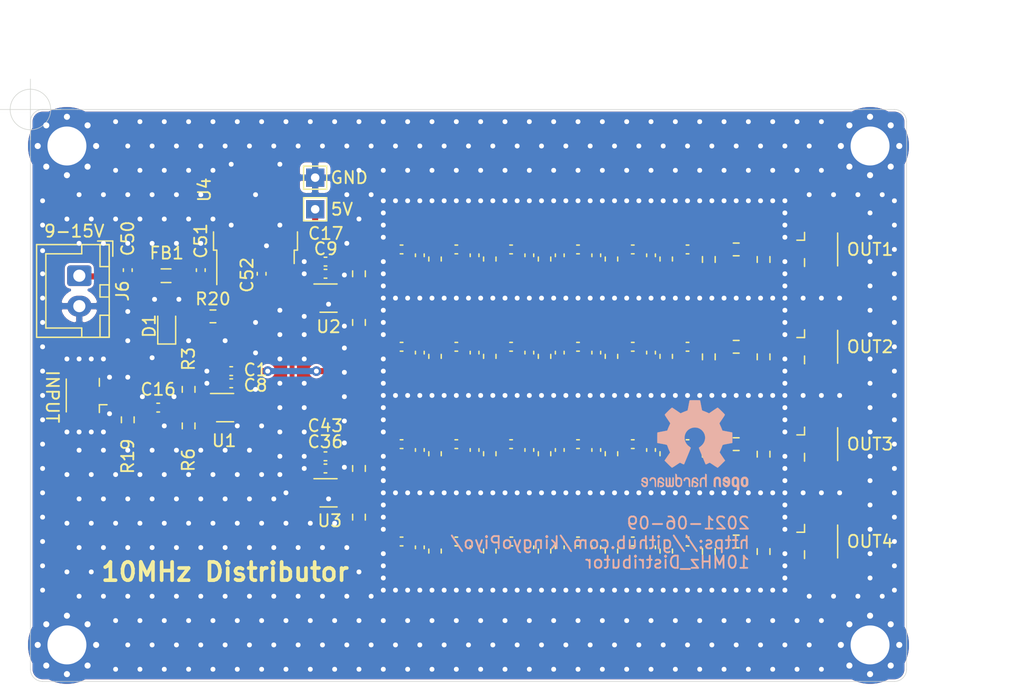
<source format=kicad_pcb>
(kicad_pcb (version 20171130) (host pcbnew "(5.1.10)-1")
  (layers (0 F.Cu signal) (31 B.Cu signal) (34 B.Paste user) (35 F.Paste user) (36 B.SilkS user) (37 F.SilkS user) (38 B.Mask user) (39 F.Mask user) (44 Edge.Cuts user))
  (net 0 "")
  (net 1 +5V)
  (net 2 GND)
  (net 3 "Net-(C2-Pad2)")
  (net 4 "Net-(C10-Pad1)")
  (net 5 "Net-(C11-Pad1)")
  (net 6 "Net-(C12-Pad1)")
  (net 7 "Net-(C14-Pad1)")
  (net 8 "Net-(C15-Pad1)")
  (net 9 "Net-(C7-Pad1)")
  (net 10 "Net-(C16-Pad2)")
  (net 11 "Net-(C16-Pad1)")
  (net 12 "Net-(C18-Pad2)")
  (net 13 "Net-(C18-Pad1)")
  (net 14 "Net-(C19-Pad1)")
  (net 15 "Net-(C20-Pad1)")
  (net 16 "Net-(C21-Pad1)")
  (net 17 "Net-(C22-Pad1)")
  (net 18 "Net-(C23-Pad1)")
  (net 19 "Net-(C30-Pad2)")
  (net 20 "Net-(C30-Pad1)")
  (net 21 "Net-(C31-Pad1)")
  (net 22 "Net-(C32-Pad1)")
  (net 23 "Net-(C33-Pad1)")
  (net 24 "Net-(C34-Pad1)")
  (net 25 "Net-(C35-Pad1)")
  (net 26 "Net-(C44-Pad2)")
  (net 27 "Net-(C44-Pad1)")
  (net 28 "Net-(C45-Pad1)")
  (net 29 "Net-(C46-Pad1)")
  (net 30 "Net-(C47-Pad1)")
  (net 31 "Net-(C48-Pad1)")
  (net 32 "Net-(C49-Pad1)")
  (net 33 "Net-(C50-Pad2)")
  (net 34 "Net-(C51-Pad2)")
  (net 35 "Net-(J1-Pad1)")
  (net 36 "Net-(J3-Pad1)")
  (net 37 "Net-(J4-Pad1)")
  (net 38 "Net-(J5-Pad1)")
  (net 39 "Net-(R1-Pad2)")
  (net 40 "Net-(R7-Pad2)")
  (net 41 "Net-(R11-Pad2)")
  (net 42 "Net-(R15-Pad2)")
  (net 43 "Net-(U1-Pad1)")
  (net 44 "Net-(U1-Pad4)")
  (net 45 "Net-(D1-Pad2)")
  (module OSHW:OSHW-Logo2_9.8x8mm_SilkScreen (layer B.Cu) (at 194.6 87.6 180)
    (fp_text reference REF** hide)
    (fp_text value OSHW-Logo2_9.8x8mm_SilkScreen hide)
  )
  (module Connector_JST:JST_XH_B2B-XH-A_1x02_P2.50mm_Vertical (layer F.Cu) (at 144.018 73.66 270)
    (fp_text reference J6 (at 1.25 -3.55 90) (layer F.SilkS))
    (fp_text value POWER_INPUT)
    (pad 2 thru_hole oval (at 2.5 0 270) (size 1.7 2) (drill 1) (layers *.Cu *.Mask) (net 2 GND))
    (pad 1 thru_hole roundrect (at 0 0 270) (size 1.7 2) (drill 1) (layers *.Cu *.Mask) (roundrect_rratio 0.1470588235294118) (net 33 "Net-(C50-Pad2)"))
  )
  (module TestPoint:TestPoint_THTPad_1.5x1.5mm_Drill0.7mm (layer F.Cu) (at 163.4 65.6)
    (fp_text reference TP2 hide)
    (fp_text value GND)
    (pad 1 thru_hole rect (at 0 0) (size 1.5 1.5) (drill 0.7) (layers *.Cu *.Mask) (net 2 GND))
  )
  (module TestPoint:TestPoint_THTPad_1.5x1.5mm_Drill0.7mm (layer F.Cu) (at 163.4 68.2)
    (fp_text reference TP1 hide)
    (fp_text value 5V)
    (pad 1 thru_hole rect (at 0 0) (size 1.5 1.5) (drill 0.7) (layers *.Cu *.Mask) (net 1 +5V))
  )
  (module Resistor_SMD:R_0603_1608Metric (layer F.Cu) (at 155 77)
    (fp_text reference R20 (at 0 -1.43) (layer F.SilkS))
    (fp_text value 1k)
    (pad 2 smd roundrect (at 0.825 0) (size 0.8 0.95) (layers F.Cu F.Paste F.Mask) (net 1 +5V))
    (pad 1 smd roundrect (at -0.825 0) (size 0.8 0.95) (layers F.Cu F.Paste F.Mask) (net 45 "Net-(D1-Pad2)"))
  )
  (module LED_SMD:LED_0603_1608Metric (layer F.Cu) (at 151.2 77.7875 90)
    (fp_text reference D1 (at 0 -1.43 90) (layer F.SilkS))
    (fp_text value LED)
    (pad 2 smd roundrect (at 0.7875 0 90) (size 0.875 0.95) (layers F.Cu F.Paste F.Mask) (net 45 "Net-(D1-Pad2)"))
    (pad 1 smd roundrect (at -0.7875 0 90) (size 0.875 0.95) (layers F.Cu F.Paste F.Mask) (net 2 GND))
  )
  (module Inductor_SMD:L_0603_1608Metric (layer F.Cu) (at 192.25 88.2875 270)
    (fp_text reference L15 hide)
    (fp_text value LQW18ANR47J00D)
    (pad 2 smd roundrect (at 0.7875 0 270) (size 0.875 0.95) (layers F.Cu F.Paste F.Mask) (net 2 GND))
    (pad 1 smd roundrect (at -0.7875 0 270) (size 0.875 0.95) (layers F.Cu F.Paste F.Mask) (net 24 "Net-(C34-Pad1)"))
  )
  (module Inductor_SMD:L_0603_1608Metric (layer F.Cu) (at 177.75 88.2875 270)
    (fp_text reference L12 hide)
    (fp_text value LQW18ANR47J00D)
    (pad 2 smd roundrect (at 0.7875 0 270) (size 0.875 0.95) (layers F.Cu F.Paste F.Mask) (net 2 GND))
    (pad 1 smd roundrect (at -0.7875 0 270) (size 0.875 0.95) (layers F.Cu F.Paste F.Mask) (net 21 "Net-(C31-Pad1)"))
  )
  (module Inductor_SMD:L_0603_1608Metric (layer F.Cu) (at 173.25 96.2875 270)
    (fp_text reference L16 hide)
    (fp_text value LQW18ANR47J00D)
    (pad 2 smd roundrect (at 0.7875 0 270) (size 0.875 0.95) (layers F.Cu F.Paste F.Mask) (net 2 GND))
    (pad 1 smd roundrect (at -0.7875 0 270) (size 0.875 0.95) (layers F.Cu F.Paste F.Mask) (net 27 "Net-(C44-Pad1)"))
  )
  (module Inductor_SMD:L_0603_1608Metric (layer F.Cu) (at 177.75 96.2875 270)
    (fp_text reference L17 hide)
    (fp_text value LQW18ANR47J00D)
    (pad 2 smd roundrect (at 0.7875 0 270) (size 0.875 0.95) (layers F.Cu F.Paste F.Mask) (net 2 GND))
    (pad 1 smd roundrect (at -0.7875 0 270) (size 0.875 0.95) (layers F.Cu F.Paste F.Mask) (net 28 "Net-(C45-Pad1)"))
  )
  (module Inductor_SMD:L_0603_1608Metric (layer F.Cu) (at 182.25 96.2875 270)
    (fp_text reference L18 hide)
    (fp_text value LQW18ANR47J00D)
    (pad 2 smd roundrect (at 0.7875 0 270) (size 0.875 0.95) (layers F.Cu F.Paste F.Mask) (net 2 GND))
    (pad 1 smd roundrect (at -0.7875 0 270) (size 0.875 0.95) (layers F.Cu F.Paste F.Mask) (net 29 "Net-(C46-Pad1)"))
  )
  (module Inductor_SMD:L_0603_1608Metric (layer F.Cu) (at 187.75 96.2875 270)
    (fp_text reference L19 hide)
    (fp_text value LQW18ANR47J00D)
    (pad 2 smd roundrect (at 0.7875 0 270) (size 0.875 0.95) (layers F.Cu F.Paste F.Mask) (net 2 GND))
    (pad 1 smd roundrect (at -0.7875 0 270) (size 0.875 0.95) (layers F.Cu F.Paste F.Mask) (net 30 "Net-(C47-Pad1)"))
  )
  (module Inductor_SMD:L_0603_1608Metric (layer F.Cu) (at 192.25 96.2875 270)
    (fp_text reference L20 hide)
    (fp_text value LQW18ANR47J00D)
    (pad 2 smd roundrect (at 0.7875 0 270) (size 0.875 0.95) (layers F.Cu F.Paste F.Mask) (net 2 GND))
    (pad 1 smd roundrect (at -0.7875 0 270) (size 0.875 0.95) (layers F.Cu F.Paste F.Mask) (net 31 "Net-(C48-Pad1)"))
  )
  (module Inductor_SMD:L_0603_1608Metric (layer F.Cu) (at 173.25 88.2875 270)
    (fp_text reference L11 hide)
    (fp_text value LQW18ANR47J00D)
    (pad 2 smd roundrect (at 0.7875 0 270) (size 0.875 0.95) (layers F.Cu F.Paste F.Mask) (net 2 GND))
    (pad 1 smd roundrect (at -0.7875 0 270) (size 0.875 0.95) (layers F.Cu F.Paste F.Mask) (net 20 "Net-(C30-Pad1)"))
  )
  (module Inductor_SMD:L_0603_1608Metric (layer F.Cu) (at 182.25 88.2875 270)
    (fp_text reference L13 hide)
    (fp_text value LQW18ANR47J00D)
    (pad 2 smd roundrect (at 0.7875 0 270) (size 0.875 0.95) (layers F.Cu F.Paste F.Mask) (net 2 GND))
    (pad 1 smd roundrect (at -0.7875 0 270) (size 0.875 0.95) (layers F.Cu F.Paste F.Mask) (net 22 "Net-(C32-Pad1)"))
  )
  (module Inductor_SMD:L_0603_1608Metric (layer F.Cu) (at 187.75 88.2875 270)
    (fp_text reference L14 hide)
    (fp_text value LQW18ANR47J00D)
    (pad 2 smd roundrect (at 0.7875 0 270) (size 0.875 0.95) (layers F.Cu F.Paste F.Mask) (net 2 GND))
    (pad 1 smd roundrect (at -0.7875 0 270) (size 0.875 0.95) (layers F.Cu F.Paste F.Mask) (net 23 "Net-(C33-Pad1)"))
  )
  (module Resistor_SMD:R_0603_1608Metric (layer F.Cu) (at 198 95.5 180)
    (fp_text reference R16 hide)
    (fp_text value 17R6)
    (pad 2 smd roundrect (at 0.825 0 180) (size 0.8 0.95) (layers F.Cu F.Paste F.Mask) (net 32 "Net-(C49-Pad1)"))
    (pad 1 smd roundrect (at -0.825 0 180) (size 0.8 0.95) (layers F.Cu F.Paste F.Mask) (net 38 "Net-(J5-Pad1)"))
  )
  (module Resistor_SMD:R_0603_1608Metric (layer F.Cu) (at 198 87.5 180)
    (fp_text reference R12 hide)
    (fp_text value 17R6)
    (pad 2 smd roundrect (at 0.825 0 180) (size 0.8 0.95) (layers F.Cu F.Paste F.Mask) (net 25 "Net-(C35-Pad1)"))
    (pad 1 smd roundrect (at -0.825 0 180) (size 0.8 0.95) (layers F.Cu F.Paste F.Mask) (net 37 "Net-(J4-Pad1)"))
  )
  (module Resistor_SMD:R_0603_1608Metric (layer F.Cu) (at 167 89.5 270)
    (fp_text reference R11 hide)
    (fp_text value 47R)
    (pad 2 smd roundrect (at 0.825 0 270) (size 0.8 0.95) (layers F.Cu F.Paste F.Mask) (net 41 "Net-(R11-Pad2)"))
    (pad 1 smd roundrect (at -0.825 0 270) (size 0.8 0.95) (layers F.Cu F.Paste F.Mask) (net 19 "Net-(C30-Pad2)"))
  )
  (module Resistor_SMD:R_0603_1608Metric (layer F.Cu) (at 195.75 88.325 270)
    (fp_text reference R13 hide)
    (fp_text value 292R4)
    (pad 2 smd roundrect (at 0.825 0 270) (size 0.8 0.95) (layers F.Cu F.Paste F.Mask) (net 2 GND))
    (pad 1 smd roundrect (at -0.825 0 270) (size 0.8 0.95) (layers F.Cu F.Paste F.Mask) (net 25 "Net-(C35-Pad1)"))
  )
  (module Resistor_SMD:R_0603_1608Metric (layer F.Cu) (at 200.25 88.325 270)
    (fp_text reference R14 hide)
    (fp_text value 292R4)
    (pad 2 smd roundrect (at 0.825 0 270) (size 0.8 0.95) (layers F.Cu F.Paste F.Mask) (net 2 GND))
    (pad 1 smd roundrect (at -0.825 0 270) (size 0.8 0.95) (layers F.Cu F.Paste F.Mask) (net 37 "Net-(J4-Pad1)"))
  )
  (module Resistor_SMD:R_0603_1608Metric (layer F.Cu) (at 200.25 96.325 270)
    (fp_text reference R18 hide)
    (fp_text value 292R4)
    (pad 2 smd roundrect (at 0.825 0 270) (size 0.8 0.95) (layers F.Cu F.Paste F.Mask) (net 2 GND))
    (pad 1 smd roundrect (at -0.825 0 270) (size 0.8 0.95) (layers F.Cu F.Paste F.Mask) (net 38 "Net-(J5-Pad1)"))
  )
  (module Resistor_SMD:R_0603_1608Metric (layer F.Cu) (at 195.75 96.325 270)
    (fp_text reference R17 hide)
    (fp_text value 292R4)
    (pad 2 smd roundrect (at 0.825 0 270) (size 0.8 0.95) (layers F.Cu F.Paste F.Mask) (net 2 GND))
    (pad 1 smd roundrect (at -0.825 0 270) (size 0.8 0.95) (layers F.Cu F.Paste F.Mask) (net 32 "Net-(C49-Pad1)"))
  )
  (module Resistor_SMD:R_0603_1608Metric (layer F.Cu) (at 167 93.5 90)
    (fp_text reference R15 hide)
    (fp_text value 47R)
    (pad 2 smd roundrect (at 0.825 0 90) (size 0.8 0.95) (layers F.Cu F.Paste F.Mask) (net 42 "Net-(R15-Pad2)"))
    (pad 1 smd roundrect (at -0.825 0 90) (size 0.8 0.95) (layers F.Cu F.Paste F.Mask) (net 26 "Net-(C44-Pad2)"))
  )
  (module Package_TO_SOT_SMD:SOT-363_SC-70-6 (layer F.Cu) (at 164.5 91.5)
    (fp_text reference U3 (at 0.1 2.3) (layer F.SilkS))
    (fp_text value NLV27WZ16DFT2G)
    (pad 6 smd rect (at 0.95 -0.65) (size 0.65 0.4) (layers F.Cu F.Paste F.Mask) (net 41 "Net-(R11-Pad2)"))
    (pad 4 smd rect (at 0.95 0.65) (size 0.65 0.4) (layers F.Cu F.Paste F.Mask) (net 42 "Net-(R15-Pad2)"))
    (pad 2 smd rect (at -0.95 0) (size 0.65 0.4) (layers F.Cu F.Paste F.Mask) (net 2 GND))
    (pad 5 smd rect (at 0.95 0) (size 0.65 0.4) (layers F.Cu F.Paste F.Mask) (net 1 +5V))
    (pad 3 smd rect (at -0.95 0.65) (size 0.65 0.4) (layers F.Cu F.Paste F.Mask) (net 44 "Net-(U1-Pad4)"))
    (pad 1 smd rect (at -0.95 -0.65) (size 0.65 0.4) (layers F.Cu F.Paste F.Mask) (net 44 "Net-(U1-Pad4)"))
  )
  (module Capacitor_SMD:C_0402_1005Metric (layer F.Cu) (at 181 87.98 270)
    (fp_text reference C40 hide)
    (fp_text value GRM1555C1H391FA01D)
    (pad 2 smd roundrect (at 0.48 0 270) (size 0.56 0.62) (layers F.Cu F.Paste F.Mask) (net 2 GND))
    (pad 1 smd roundrect (at -0.48 0 270) (size 0.56 0.62) (layers F.Cu F.Paste F.Mask) (net 22 "Net-(C32-Pad1)"))
  )
  (module Capacitor_SMD:C_0402_1005Metric (layer F.Cu) (at 175 95.5 180)
    (fp_text reference C45 hide)
    (fp_text value GRM1555C1H910JA01D)
    (pad 2 smd roundrect (at 0.48 0 180) (size 0.56 0.62) (layers F.Cu F.Paste F.Mask) (net 27 "Net-(C44-Pad1)"))
    (pad 1 smd roundrect (at -0.48 0 180) (size 0.56 0.62) (layers F.Cu F.Paste F.Mask) (net 28 "Net-(C45-Pad1)"))
  )
  (module Capacitor_SMD:C_0402_1005Metric (layer F.Cu) (at 164.246 89.5)
    (fp_text reference C36 (at -0.006 -2.194) (layer F.SilkS))
    (fp_text value 1u)
    (pad 2 smd roundrect (at 0.48 0) (size 0.56 0.62) (layers F.Cu F.Paste F.Mask) (net 1 +5V))
    (pad 1 smd roundrect (at -0.48 0) (size 0.56 0.62) (layers F.Cu F.Paste F.Mask) (net 2 GND))
  )
  (module Capacitor_SMD:C_0402_1005Metric (layer F.Cu) (at 191 87.98 270)
    (fp_text reference C42 hide)
    (fp_text value GRM1555C1H331FA01D)
    (pad 2 smd roundrect (at 0.48 0 270) (size 0.56 0.62) (layers F.Cu F.Paste F.Mask) (net 2 GND))
    (pad 1 smd roundrect (at -0.48 0 270) (size 0.56 0.62) (layers F.Cu F.Paste F.Mask) (net 24 "Net-(C34-Pad1)"))
  )
  (module Capacitor_SMD:C_0402_1005Metric (layer F.Cu) (at 175 87.5 180)
    (fp_text reference C31 hide)
    (fp_text value GRM1555C1H910JA01D)
    (pad 2 smd roundrect (at 0.48 0 180) (size 0.56 0.62) (layers F.Cu F.Paste F.Mask) (net 20 "Net-(C30-Pad1)"))
    (pad 1 smd roundrect (at -0.48 0 180) (size 0.56 0.62) (layers F.Cu F.Paste F.Mask) (net 21 "Net-(C31-Pad1)"))
  )
  (module Capacitor_SMD:C_0402_1005Metric (layer F.Cu) (at 194 87.5 180)
    (fp_text reference C35 hide)
    (fp_text value GCM1555C1H221FA16D)
    (pad 2 smd roundrect (at 0.48 0 180) (size 0.56 0.62) (layers F.Cu F.Paste F.Mask) (net 24 "Net-(C34-Pad1)"))
    (pad 1 smd roundrect (at -0.48 0 180) (size 0.56 0.62) (layers F.Cu F.Paste F.Mask) (net 25 "Net-(C35-Pad1)"))
  )
  (module Capacitor_SMD:C_0402_1005Metric (layer F.Cu) (at 170.5 87.5 180)
    (fp_text reference C30 hide)
    (fp_text value GCM1555C1H221FA16D)
    (pad 2 smd roundrect (at 0.48 0 180) (size 0.56 0.62) (layers F.Cu F.Paste F.Mask) (net 19 "Net-(C30-Pad2)"))
    (pad 1 smd roundrect (at -0.48 0 180) (size 0.56 0.62) (layers F.Cu F.Paste F.Mask) (net 20 "Net-(C30-Pad1)"))
  )
  (module Capacitor_SMD:C_0402_1005Metric (layer F.Cu) (at 179.5 87.5 180)
    (fp_text reference C32 hide)
    (fp_text value GRM1555C1H680JA01D)
    (pad 2 smd roundrect (at 0.48 0 180) (size 0.56 0.62) (layers F.Cu F.Paste F.Mask) (net 21 "Net-(C31-Pad1)"))
    (pad 1 smd roundrect (at -0.48 0 180) (size 0.56 0.62) (layers F.Cu F.Paste F.Mask) (net 22 "Net-(C32-Pad1)"))
  )
  (module Capacitor_SMD:C_0402_1005Metric (layer F.Cu) (at 176.5 87.98 270)
    (fp_text reference C38 hide)
    (fp_text value GRM1555C1H391FA01D)
    (pad 2 smd roundrect (at 0.48 0 270) (size 0.56 0.62) (layers F.Cu F.Paste F.Mask) (net 2 GND))
    (pad 1 smd roundrect (at -0.48 0 270) (size 0.56 0.62) (layers F.Cu F.Paste F.Mask) (net 21 "Net-(C31-Pad1)"))
  )
  (module Capacitor_SMD:C_0402_1005Metric (layer F.Cu) (at 183.5 87.98 270)
    (fp_text reference C39 hide)
    (fp_text value GRM1555C1H300GA01D)
    (pad 2 smd roundrect (at 0.48 0 270) (size 0.56 0.62) (layers F.Cu F.Paste F.Mask) (net 2 GND))
    (pad 1 smd roundrect (at -0.48 0 270) (size 0.56 0.62) (layers F.Cu F.Paste F.Mask) (net 22 "Net-(C32-Pad1)"))
  )
  (module Capacitor_SMD:C_0402_1005Metric (layer F.Cu) (at 186.5 87.98 270)
    (fp_text reference C41 hide)
    (fp_text value GRM1555C1H391FA01D)
    (pad 2 smd roundrect (at 0.48 0 270) (size 0.56 0.62) (layers F.Cu F.Paste F.Mask) (net 2 GND))
    (pad 1 smd roundrect (at -0.48 0 270) (size 0.56 0.62) (layers F.Cu F.Paste F.Mask) (net 23 "Net-(C33-Pad1)"))
  )
  (module Capacitor_SMD:C_0402_1005Metric (layer F.Cu) (at 189.5 87.5 180)
    (fp_text reference C34 hide)
    (fp_text value GRM1555C1H910JA01D)
    (pad 2 smd roundrect (at 0.48 0 180) (size 0.56 0.62) (layers F.Cu F.Paste F.Mask) (net 23 "Net-(C33-Pad1)"))
    (pad 1 smd roundrect (at -0.48 0 180) (size 0.56 0.62) (layers F.Cu F.Paste F.Mask) (net 24 "Net-(C34-Pad1)"))
  )
  (module Capacitor_SMD:C_0402_1005Metric (layer F.Cu) (at 172 87.98 270)
    (fp_text reference C37 hide)
    (fp_text value GRM1555C1H331FA01D)
    (pad 2 smd roundrect (at 0.48 0 270) (size 0.56 0.62) (layers F.Cu F.Paste F.Mask) (net 2 GND))
    (pad 1 smd roundrect (at -0.48 0 270) (size 0.56 0.62) (layers F.Cu F.Paste F.Mask) (net 20 "Net-(C30-Pad1)"))
  )
  (module Capacitor_SMD:C_0402_1005Metric (layer F.Cu) (at 164.246 88.5)
    (fp_text reference C43 (at -0.016 -2.514) (layer F.SilkS))
    (fp_text value 0.1u)
    (pad 2 smd roundrect (at 0.48 0) (size 0.56 0.62) (layers F.Cu F.Paste F.Mask) (net 1 +5V))
    (pad 1 smd roundrect (at -0.48 0) (size 0.56 0.62) (layers F.Cu F.Paste F.Mask) (net 2 GND))
  )
  (module Capacitor_SMD:C_0402_1005Metric (layer F.Cu) (at 170.5 95.5 180)
    (fp_text reference C44 hide)
    (fp_text value GCM1555C1H221FA16D)
    (pad 2 smd roundrect (at 0.48 0 180) (size 0.56 0.62) (layers F.Cu F.Paste F.Mask) (net 26 "Net-(C44-Pad2)"))
    (pad 1 smd roundrect (at -0.48 0 180) (size 0.56 0.62) (layers F.Cu F.Paste F.Mask) (net 27 "Net-(C44-Pad1)"))
  )
  (module Capacitor_SMD:C_0402_1005Metric (layer F.Cu) (at 185 87.5 180)
    (fp_text reference C33 hide)
    (fp_text value GRM1555C1H680JA01D)
    (pad 2 smd roundrect (at 0.48 0 180) (size 0.56 0.62) (layers F.Cu F.Paste F.Mask) (net 22 "Net-(C32-Pad1)"))
    (pad 1 smd roundrect (at -0.48 0 180) (size 0.56 0.62) (layers F.Cu F.Paste F.Mask) (net 23 "Net-(C33-Pad1)"))
  )
  (module Capacitor_SMD:C_0402_1005Metric (layer F.Cu) (at 189.5 95.5 180)
    (fp_text reference C48 hide)
    (fp_text value GRM1555C1H910JA01D)
    (pad 2 smd roundrect (at 0.48 0 180) (size 0.56 0.62) (layers F.Cu F.Paste F.Mask) (net 30 "Net-(C47-Pad1)"))
    (pad 1 smd roundrect (at -0.48 0 180) (size 0.56 0.62) (layers F.Cu F.Paste F.Mask) (net 31 "Net-(C48-Pad1)"))
  )
  (module Capacitor_SMD:C_0402_1005Metric (layer F.Cu) (at 179.52 95.5 180)
    (fp_text reference C46 hide)
    (fp_text value GRM1555C1H680JA01D)
    (pad 2 smd roundrect (at 0.48 0 180) (size 0.56 0.62) (layers F.Cu F.Paste F.Mask) (net 28 "Net-(C45-Pad1)"))
    (pad 1 smd roundrect (at -0.48 0 180) (size 0.56 0.62) (layers F.Cu F.Paste F.Mask) (net 29 "Net-(C46-Pad1)"))
  )
  (module Capacitor_SMD:C_0402_1005Metric (layer F.Cu) (at 172 95.98 270)
    (fp_text reference C53 hide)
    (fp_text value GRM1555C1H331FA01D)
    (pad 2 smd roundrect (at 0.48 0 270) (size 0.56 0.62) (layers F.Cu F.Paste F.Mask) (net 2 GND))
    (pad 1 smd roundrect (at -0.48 0 270) (size 0.56 0.62) (layers F.Cu F.Paste F.Mask) (net 27 "Net-(C44-Pad1)"))
  )
  (module Capacitor_SMD:C_0402_1005Metric (layer F.Cu) (at 181 95.98 270)
    (fp_text reference C55 hide)
    (fp_text value GRM1555C1H300GA01D)
    (pad 2 smd roundrect (at 0.48 0 270) (size 0.56 0.62) (layers F.Cu F.Paste F.Mask) (net 2 GND))
    (pad 1 smd roundrect (at -0.48 0 270) (size 0.56 0.62) (layers F.Cu F.Paste F.Mask) (net 29 "Net-(C46-Pad1)"))
  )
  (module Capacitor_SMD:C_0402_1005Metric (layer F.Cu) (at 194 95.5 180)
    (fp_text reference C49 hide)
    (fp_text value GCM1555C1H221FA16D)
    (pad 2 smd roundrect (at 0.48 0 180) (size 0.56 0.62) (layers F.Cu F.Paste F.Mask) (net 31 "Net-(C48-Pad1)"))
    (pad 1 smd roundrect (at -0.48 0 180) (size 0.56 0.62) (layers F.Cu F.Paste F.Mask) (net 32 "Net-(C49-Pad1)"))
  )
  (module Capacitor_SMD:C_0402_1005Metric (layer F.Cu) (at 185 95.5 180)
    (fp_text reference C47 hide)
    (fp_text value GRM1555C1H680JA01D)
    (pad 2 smd roundrect (at 0.48 0 180) (size 0.56 0.62) (layers F.Cu F.Paste F.Mask) (net 29 "Net-(C46-Pad1)"))
    (pad 1 smd roundrect (at -0.48 0 180) (size 0.56 0.62) (layers F.Cu F.Paste F.Mask) (net 30 "Net-(C47-Pad1)"))
  )
  (module Capacitor_SMD:C_0402_1005Metric (layer F.Cu) (at 186.5 95.98 270)
    (fp_text reference C57 hide)
    (fp_text value GRM1555C1H391FA01D)
    (pad 2 smd roundrect (at 0.48 0 270) (size 0.56 0.62) (layers F.Cu F.Paste F.Mask) (net 2 GND))
    (pad 1 smd roundrect (at -0.48 0 270) (size 0.56 0.62) (layers F.Cu F.Paste F.Mask) (net 30 "Net-(C47-Pad1)"))
  )
  (module Capacitor_SMD:C_0402_1005Metric (layer F.Cu) (at 183.5 95.98 270)
    (fp_text reference C56 hide)
    (fp_text value GRM1555C1H391FA01D)
    (pad 2 smd roundrect (at 0.48 0 270) (size 0.56 0.62) (layers F.Cu F.Paste F.Mask) (net 2 GND))
    (pad 1 smd roundrect (at -0.48 0 270) (size 0.56 0.62) (layers F.Cu F.Paste F.Mask) (net 29 "Net-(C46-Pad1)"))
  )
  (module Capacitor_SMD:C_0402_1005Metric (layer F.Cu) (at 191 95.98 270)
    (fp_text reference C58 hide)
    (fp_text value GRM1555C1H331FA01D)
    (pad 2 smd roundrect (at 0.48 0 270) (size 0.56 0.62) (layers F.Cu F.Paste F.Mask) (net 2 GND))
    (pad 1 smd roundrect (at -0.48 0 270) (size 0.56 0.62) (layers F.Cu F.Paste F.Mask) (net 31 "Net-(C48-Pad1)"))
  )
  (module Capacitor_SMD:C_0402_1005Metric (layer F.Cu) (at 176.5 95.98 270)
    (fp_text reference C54 hide)
    (fp_text value GRM1555C1H391FA01D)
    (pad 2 smd roundrect (at 0.48 0 270) (size 0.56 0.62) (layers F.Cu F.Paste F.Mask) (net 2 GND))
    (pad 1 smd roundrect (at -0.48 0 270) (size 0.56 0.62) (layers F.Cu F.Paste F.Mask) (net 28 "Net-(C45-Pad1)"))
  )
  (module Resistor_SMD:R_0603_1608Metric (layer F.Cu) (at 153 86 270)
    (fp_text reference R6 (at 2.798 0.02 90) (layer F.SilkS))
    (fp_text value 1k)
    (pad 2 smd roundrect (at 0.825 0 270) (size 0.8 0.95) (layers F.Cu F.Paste F.Mask) (net 2 GND))
    (pad 1 smd roundrect (at -0.825 0 270) (size 0.8 0.95) (layers F.Cu F.Paste F.Mask) (net 11 "Net-(C16-Pad1)"))
  )
  (module Resistor_SMD:R_0603_1608Metric (layer F.Cu) (at 148 85.5 270)
    (fp_text reference R19 (at 3 0 90) (layer F.SilkS))
    (fp_text value NM)
    (pad 2 smd roundrect (at 0.825 0 270) (size 0.8 0.95) (layers F.Cu F.Paste F.Mask) (net 2 GND))
    (pad 1 smd roundrect (at -0.825 0 270) (size 0.8 0.95) (layers F.Cu F.Paste F.Mask) (net 10 "Net-(C16-Pad2)"))
  )
  (module Package_TO_SOT_SMD:TO-252-2 (layer F.Cu) (at 158.496 69.088 90)
    (fp_text reference U4 (at 2.488 -4.196 90) (layer F.SilkS))
    (fp_text value NJM7805SDL1)
    (pad 2 smd rect (at 2.1 0 90) (size 6.4 5.8) (layers F.Cu F.Mask) (net 2 GND) (thermal_gap 0.2))
    (pad 3 smd rect (at -4.2 2.28 90) (size 2.2 1.2) (layers F.Cu F.Paste F.Mask) (net 1 +5V))
    (pad 1 smd rect (at -4.2 -2.28 90) (size 2.2 1.2) (layers F.Cu F.Paste F.Mask) (net 34 "Net-(C51-Pad2)"))
  )
  (module Package_TO_SOT_SMD:SOT-363_SC-70-6 (layer F.Cu) (at 164.5 75.5)
    (fp_text reference U2 (at 0 2.35) (layer F.SilkS))
    (fp_text value NLV27WZ16DFT2G)
    (pad 6 smd rect (at 0.95 -0.65) (size 0.65 0.4) (layers F.Cu F.Paste F.Mask) (net 39 "Net-(R1-Pad2)"))
    (pad 4 smd rect (at 0.95 0.65) (size 0.65 0.4) (layers F.Cu F.Paste F.Mask) (net 40 "Net-(R7-Pad2)"))
    (pad 2 smd rect (at -0.95 0) (size 0.65 0.4) (layers F.Cu F.Paste F.Mask) (net 2 GND))
    (pad 5 smd rect (at 0.95 0) (size 0.65 0.4) (layers F.Cu F.Paste F.Mask) (net 1 +5V))
    (pad 3 smd rect (at -0.95 0.65) (size 0.65 0.4) (layers F.Cu F.Paste F.Mask) (net 44 "Net-(U1-Pad4)"))
    (pad 1 smd rect (at -0.95 -0.65) (size 0.65 0.4) (layers F.Cu F.Paste F.Mask) (net 44 "Net-(U1-Pad4)"))
  )
  (module Package_TO_SOT_SMD:SOT-353_SC-70-5 (layer F.Cu) (at 156 84.5)
    (fp_text reference U1 (at -0.08 2.72) (layer F.SilkS))
    (fp_text value "TC7S14F / NC7SZ14P5XCT-ND")
    (pad 5 smd rect (at 0.95 -0.65) (size 0.65 0.4) (layers F.Cu F.Paste F.Mask) (net 1 +5V))
    (pad 4 smd rect (at 0.95 0.65) (size 0.65 0.4) (layers F.Cu F.Paste F.Mask) (net 44 "Net-(U1-Pad4)"))
    (pad 2 smd rect (at -0.95 0) (size 0.65 0.4) (layers F.Cu F.Paste F.Mask) (net 11 "Net-(C16-Pad1)"))
    (pad 3 smd rect (at -0.95 0.65) (size 0.65 0.4) (layers F.Cu F.Paste F.Mask) (net 2 GND))
    (pad 1 smd rect (at -0.95 -0.65) (size 0.65 0.4) (layers F.Cu F.Paste F.Mask) (net 43 "Net-(U1-Pad1)"))
  )
  (module Resistor_SMD:R_0603_1608Metric (layer F.Cu) (at 200.25 80.325 270)
    (fp_text reference R10 hide)
    (fp_text value 292R4)
    (pad 2 smd roundrect (at 0.825 0 270) (size 0.8 0.95) (layers F.Cu F.Paste F.Mask) (net 2 GND))
    (pad 1 smd roundrect (at -0.825 0 270) (size 0.8 0.95) (layers F.Cu F.Paste F.Mask) (net 36 "Net-(J3-Pad1)"))
  )
  (module Resistor_SMD:R_0603_1608Metric (layer F.Cu) (at 195.75 80.325 270)
    (fp_text reference R9 hide)
    (fp_text value 292R4)
    (pad 2 smd roundrect (at 0.825 0 270) (size 0.8 0.95) (layers F.Cu F.Paste F.Mask) (net 2 GND))
    (pad 1 smd roundrect (at -0.825 0 270) (size 0.8 0.95) (layers F.Cu F.Paste F.Mask) (net 18 "Net-(C23-Pad1)"))
  )
  (module Resistor_SMD:R_0603_1608Metric (layer F.Cu) (at 198 79.5 180)
    (fp_text reference R8 hide)
    (fp_text value 17R6)
    (pad 2 smd roundrect (at 0.825 0 180) (size 0.8 0.95) (layers F.Cu F.Paste F.Mask) (net 18 "Net-(C23-Pad1)"))
    (pad 1 smd roundrect (at -0.825 0 180) (size 0.8 0.95) (layers F.Cu F.Paste F.Mask) (net 36 "Net-(J3-Pad1)"))
  )
  (module Resistor_SMD:R_0603_1608Metric (layer F.Cu) (at 167 77.5 90)
    (fp_text reference R7 hide)
    (fp_text value 47R)
    (pad 2 smd roundrect (at 0.825 0 90) (size 0.8 0.95) (layers F.Cu F.Paste F.Mask) (net 40 "Net-(R7-Pad2)"))
    (pad 1 smd roundrect (at -0.825 0 90) (size 0.8 0.95) (layers F.Cu F.Paste F.Mask) (net 12 "Net-(C18-Pad2)"))
  )
  (module Resistor_SMD:R_0603_1608Metric (layer F.Cu) (at 200.25 72.325 270)
    (fp_text reference R5 hide)
    (fp_text value 292R4)
    (pad 2 smd roundrect (at 0.825 0 270) (size 0.8 0.95) (layers F.Cu F.Paste F.Mask) (net 2 GND))
    (pad 1 smd roundrect (at -0.825 0 270) (size 0.8 0.95) (layers F.Cu F.Paste F.Mask) (net 35 "Net-(J1-Pad1)"))
  )
  (module Resistor_SMD:R_0603_1608Metric (layer F.Cu) (at 195.75 72.325 270)
    (fp_text reference R4 hide)
    (fp_text value 292R4)
    (pad 1 smd roundrect (at -0.825 0 270) (size 0.8 0.95) (layers F.Cu F.Paste F.Mask) (net 9 "Net-(C7-Pad1)"))
    (pad 2 smd roundrect (at 0.825 0 270) (size 0.8 0.95) (layers F.Cu F.Paste F.Mask) (net 2 GND))
  )
  (module Resistor_SMD:R_0603_1608Metric (layer F.Cu) (at 153 83 270)
    (fp_text reference R3 (at -2.5 0.01 90) (layer F.SilkS))
    (fp_text value 1k)
    (pad 2 smd roundrect (at 0.825 0 270) (size 0.8 0.95) (layers F.Cu F.Paste F.Mask) (net 11 "Net-(C16-Pad1)"))
    (pad 1 smd roundrect (at -0.825 0 270) (size 0.8 0.95) (layers F.Cu F.Paste F.Mask) (net 1 +5V))
  )
  (module Resistor_SMD:R_0603_1608Metric (layer F.Cu) (at 198 71.5 180)
    (fp_text reference R2 hide)
    (fp_text value 17R6)
    (pad 2 smd roundrect (at 0.825 0 180) (size 0.8 0.95) (layers F.Cu F.Paste F.Mask) (net 9 "Net-(C7-Pad1)"))
    (pad 1 smd roundrect (at -0.825 0 180) (size 0.8 0.95) (layers F.Cu F.Paste F.Mask) (net 35 "Net-(J1-Pad1)"))
  )
  (module Resistor_SMD:R_0603_1608Metric (layer F.Cu) (at 167 73.5 270)
    (fp_text reference R1 hide)
    (fp_text value 47R)
    (pad 2 smd roundrect (at 0.825 0 270) (size 0.8 0.95) (layers F.Cu F.Paste F.Mask) (net 39 "Net-(R1-Pad2)"))
    (pad 1 smd roundrect (at -0.825 0 270) (size 0.8 0.95) (layers F.Cu F.Paste F.Mask) (net 3 "Net-(C2-Pad2)"))
  )
  (module Inductor_SMD:L_0603_1608Metric (layer F.Cu) (at 192.25 80.2875 270)
    (fp_text reference L10 hide)
    (fp_text value LQW18ANR47J00D)
    (pad 2 smd roundrect (at 0.7875 0 270) (size 0.875 0.95) (layers F.Cu F.Paste F.Mask) (net 2 GND))
    (pad 1 smd roundrect (at -0.7875 0 270) (size 0.875 0.95) (layers F.Cu F.Paste F.Mask) (net 17 "Net-(C22-Pad1)"))
  )
  (module Inductor_SMD:L_0603_1608Metric (layer F.Cu) (at 187.75 80.2875 270)
    (fp_text reference L9 hide)
    (fp_text value LQW18ANR47J00D)
    (pad 2 smd roundrect (at 0.7875 0 270) (size 0.875 0.95) (layers F.Cu F.Paste F.Mask) (net 2 GND))
    (pad 1 smd roundrect (at -0.7875 0 270) (size 0.875 0.95) (layers F.Cu F.Paste F.Mask) (net 16 "Net-(C21-Pad1)"))
  )
  (module Inductor_SMD:L_0603_1608Metric (layer F.Cu) (at 182.25 80.2875 270)
    (fp_text reference L8 hide)
    (fp_text value LQW18ANR47J00D)
    (pad 2 smd roundrect (at 0.7875 0 270) (size 0.875 0.95) (layers F.Cu F.Paste F.Mask) (net 2 GND))
    (pad 1 smd roundrect (at -0.7875 0 270) (size 0.875 0.95) (layers F.Cu F.Paste F.Mask) (net 15 "Net-(C20-Pad1)"))
  )
  (module Inductor_SMD:L_0603_1608Metric (layer F.Cu) (at 177.75 80.2875 270)
    (fp_text reference L7 hide)
    (fp_text value LQW18ANR47J00D)
    (pad 2 smd roundrect (at 0.7875 0 270) (size 0.875 0.95) (layers F.Cu F.Paste F.Mask) (net 2 GND))
    (pad 1 smd roundrect (at -0.7875 0 270) (size 0.875 0.95) (layers F.Cu F.Paste F.Mask) (net 14 "Net-(C19-Pad1)"))
  )
  (module Inductor_SMD:L_0603_1608Metric (layer F.Cu) (at 173.25 80.2875 270)
    (fp_text reference L6 hide)
    (fp_text value LQW18ANR47J00D)
    (pad 2 smd roundrect (at 0.7875 0 270) (size 0.875 0.95) (layers F.Cu F.Paste F.Mask) (net 2 GND))
    (pad 1 smd roundrect (at -0.7875 0 270) (size 0.875 0.95) (layers F.Cu F.Paste F.Mask) (net 13 "Net-(C18-Pad1)"))
  )
  (module Inductor_SMD:L_0603_1608Metric (layer F.Cu) (at 192.25 72.2875 270)
    (fp_text reference L5 hide)
    (fp_text value LQW18ANR47J00D)
    (pad 1 smd roundrect (at -0.7875 0 270) (size 0.875 0.95) (layers F.Cu F.Paste F.Mask) (net 8 "Net-(C15-Pad1)"))
    (pad 2 smd roundrect (at 0.7875 0 270) (size 0.875 0.95) (layers F.Cu F.Paste F.Mask) (net 2 GND))
  )
  (module Inductor_SMD:L_0603_1608Metric (layer F.Cu) (at 187.75 72.2875 270)
    (fp_text reference L4 hide)
    (fp_text value LQW18ANR47J00D)
    (pad 1 smd roundrect (at -0.7875 0 270) (size 0.875 0.95) (layers F.Cu F.Paste F.Mask) (net 7 "Net-(C14-Pad1)"))
    (pad 2 smd roundrect (at 0.7875 0 270) (size 0.875 0.95) (layers F.Cu F.Paste F.Mask) (net 2 GND))
  )
  (module Inductor_SMD:L_0603_1608Metric (layer F.Cu) (at 182.25 72.2875 270)
    (fp_text reference L3 hide)
    (fp_text value LQW18ANR47J00D)
    (pad 1 smd roundrect (at -0.7875 0 270) (size 0.875 0.95) (layers F.Cu F.Paste F.Mask) (net 6 "Net-(C12-Pad1)"))
    (pad 2 smd roundrect (at 0.7875 0 270) (size 0.875 0.95) (layers F.Cu F.Paste F.Mask) (net 2 GND))
  )
  (module Inductor_SMD:L_0603_1608Metric (layer F.Cu) (at 177.75 72.2875 270)
    (fp_text reference L2 hide)
    (fp_text value LQW18ANR47J00D)
    (pad 2 smd roundrect (at 0.7875 0 270) (size 0.875 0.95) (layers F.Cu F.Paste F.Mask) (net 2 GND))
    (pad 1 smd roundrect (at -0.7875 0 270) (size 0.875 0.95) (layers F.Cu F.Paste F.Mask) (net 5 "Net-(C11-Pad1)"))
  )
  (module Inductor_SMD:L_0603_1608Metric (layer F.Cu) (at 173.25 72.2875 270)
    (fp_text reference L1 hide)
    (fp_text value LQW18ANR47J00D)
    (pad 2 smd roundrect (at 0.7875 0 270) (size 0.875 0.95) (layers F.Cu F.Paste F.Mask) (net 2 GND))
    (pad 1 smd roundrect (at -0.7875 0 270) (size 0.875 0.95) (layers F.Cu F.Paste F.Mask) (net 4 "Net-(C10-Pad1)"))
  )
  (module Connector_Coaxial:U.FL_Hirose_U.FL-R-SMT-1_Vertical (layer F.Cu) (at 204.5 95.5)
    (fp_text reference J5 hide)
    (fp_text value OUT1)
    (pad 2 smd rect (at 0.475 -1.475) (size 2.2 1.05) (layers F.Cu F.Paste F.Mask) (net 2 GND))
    (pad 1 smd rect (at -1.05 0) (size 1.05 1) (layers F.Cu F.Paste F.Mask) (net 38 "Net-(J5-Pad1)"))
    (pad 2 smd rect (at 0.475 1.475) (size 2.2 1.05) (layers F.Cu F.Paste F.Mask) (net 2 GND))
  )
  (module Connector_Coaxial:U.FL_Hirose_U.FL-R-SMT-1_Vertical (layer F.Cu) (at 204.5 87.5)
    (fp_text reference J4 hide)
    (fp_text value OUT1)
    (pad 2 smd rect (at 0.475 -1.475) (size 2.2 1.05) (layers F.Cu F.Paste F.Mask) (net 2 GND))
    (pad 1 smd rect (at -1.05 0) (size 1.05 1) (layers F.Cu F.Paste F.Mask) (net 37 "Net-(J4-Pad1)"))
    (pad 2 smd rect (at 0.475 1.475) (size 2.2 1.05) (layers F.Cu F.Paste F.Mask) (net 2 GND))
  )
  (module Connector_Coaxial:U.FL_Hirose_U.FL-R-SMT-1_Vertical (layer F.Cu) (at 204.5 79.5)
    (fp_text reference J3 hide)
    (fp_text value OUT1)
    (pad 2 smd rect (at 0.475 -1.475) (size 2.2 1.05) (layers F.Cu F.Paste F.Mask) (net 2 GND))
    (pad 1 smd rect (at -1.05 0) (size 1.05 1) (layers F.Cu F.Paste F.Mask) (net 36 "Net-(J3-Pad1)"))
    (pad 2 smd rect (at 0.475 1.475) (size 2.2 1.05) (layers F.Cu F.Paste F.Mask) (net 2 GND))
  )
  (module Connector_Coaxial:U.FL_Hirose_U.FL-R-SMT-1_Vertical (layer F.Cu) (at 144.78 83.5 180)
    (fp_text reference J2 hide)
    (fp_text value IN)
    (pad 2 smd rect (at 0.475 -1.475 180) (size 2.2 1.05) (layers F.Cu F.Paste F.Mask) (net 2 GND))
    (pad 1 smd rect (at -1.05 0 180) (size 1.05 1) (layers F.Cu F.Paste F.Mask) (net 10 "Net-(C16-Pad2)"))
    (pad 2 smd rect (at 0.475 1.475 180) (size 2.2 1.05) (layers F.Cu F.Paste F.Mask) (net 2 GND))
  )
  (module Connector_Coaxial:U.FL_Hirose_U.FL-R-SMT-1_Vertical (layer F.Cu) (at 204.5 71.5)
    (fp_text reference J1 hide)
    (fp_text value OUT1)
    (pad 2 smd rect (at 0.475 -1.475) (size 2.2 1.05) (layers F.Cu F.Paste F.Mask) (net 2 GND))
    (pad 1 smd rect (at -1.05 0) (size 1.05 1) (layers F.Cu F.Paste F.Mask) (net 35 "Net-(J1-Pad1)"))
    (pad 2 smd rect (at 0.475 1.475) (size 2.2 1.05) (layers F.Cu F.Paste F.Mask) (net 2 GND))
  )
  (module MountingHole:MountingHole_3.2mm_M3_Pad_Via (layer F.Cu) (at 209 104)
    (fp_text reference H4 hide)
    (fp_text value MountingHole_Pad hide)
    (pad 1 thru_hole circle (at 1.697056 -1.697056) (size 0.8 0.8) (drill 0.5) (layers *.Cu *.Mask) (net 2 GND))
    (pad 1 thru_hole circle (at 0 -2.4) (size 0.8 0.8) (drill 0.5) (layers *.Cu *.Mask) (net 2 GND))
    (pad 1 thru_hole circle (at -1.697056 -1.697056) (size 0.8 0.8) (drill 0.5) (layers *.Cu *.Mask) (net 2 GND))
    (pad 1 thru_hole circle (at -2.4 0) (size 0.8 0.8) (drill 0.5) (layers *.Cu *.Mask) (net 2 GND))
    (pad 1 thru_hole circle (at -1.697056 1.697056) (size 0.8 0.8) (drill 0.5) (layers *.Cu *.Mask) (net 2 GND))
    (pad 1 thru_hole circle (at 0 2.4) (size 0.8 0.8) (drill 0.5) (layers *.Cu *.Mask) (net 2 GND))
    (pad 1 thru_hole circle (at 1.697056 1.697056) (size 0.8 0.8) (drill 0.5) (layers *.Cu *.Mask) (net 2 GND))
    (pad 1 thru_hole circle (at 2.4 0) (size 0.8 0.8) (drill 0.5) (layers *.Cu *.Mask) (net 2 GND))
    (pad 1 thru_hole circle (at 0 0) (size 6.4 6.4) (drill 3.2) (layers *.Cu *.Mask) (net 2 GND))
  )
  (module MountingHole:MountingHole_3.2mm_M3_Pad_Via (layer F.Cu) (at 143 104)
    (fp_text reference H3 hide)
    (fp_text value MountingHole_Pad hide)
    (pad 1 thru_hole circle (at 1.697056 -1.697056) (size 0.8 0.8) (drill 0.5) (layers *.Cu *.Mask) (net 2 GND))
    (pad 1 thru_hole circle (at 0 -2.4) (size 0.8 0.8) (drill 0.5) (layers *.Cu *.Mask) (net 2 GND))
    (pad 1 thru_hole circle (at -1.697056 -1.697056) (size 0.8 0.8) (drill 0.5) (layers *.Cu *.Mask) (net 2 GND))
    (pad 1 thru_hole circle (at -2.4 0) (size 0.8 0.8) (drill 0.5) (layers *.Cu *.Mask) (net 2 GND))
    (pad 1 thru_hole circle (at -1.697056 1.697056) (size 0.8 0.8) (drill 0.5) (layers *.Cu *.Mask) (net 2 GND))
    (pad 1 thru_hole circle (at 0 2.4) (size 0.8 0.8) (drill 0.5) (layers *.Cu *.Mask) (net 2 GND))
    (pad 1 thru_hole circle (at 1.697056 1.697056) (size 0.8 0.8) (drill 0.5) (layers *.Cu *.Mask) (net 2 GND))
    (pad 1 thru_hole circle (at 2.4 0) (size 0.8 0.8) (drill 0.5) (layers *.Cu *.Mask) (net 2 GND))
    (pad 1 thru_hole circle (at 0 0) (size 6.4 6.4) (drill 3.2) (layers *.Cu *.Mask) (net 2 GND))
  )
  (module MountingHole:MountingHole_3.2mm_M3_Pad_Via (layer F.Cu) (at 209 63)
    (fp_text reference H2 hide)
    (fp_text value MountingHole_Pad hide)
    (pad 1 thru_hole circle (at 1.697056 -1.697056) (size 0.8 0.8) (drill 0.5) (layers *.Cu *.Mask) (net 2 GND))
    (pad 1 thru_hole circle (at 0 -2.4) (size 0.8 0.8) (drill 0.5) (layers *.Cu *.Mask) (net 2 GND))
    (pad 1 thru_hole circle (at -1.697056 -1.697056) (size 0.8 0.8) (drill 0.5) (layers *.Cu *.Mask) (net 2 GND))
    (pad 1 thru_hole circle (at -2.4 0) (size 0.8 0.8) (drill 0.5) (layers *.Cu *.Mask) (net 2 GND))
    (pad 1 thru_hole circle (at -1.697056 1.697056) (size 0.8 0.8) (drill 0.5) (layers *.Cu *.Mask) (net 2 GND))
    (pad 1 thru_hole circle (at 0 2.4) (size 0.8 0.8) (drill 0.5) (layers *.Cu *.Mask) (net 2 GND))
    (pad 1 thru_hole circle (at 1.697056 1.697056) (size 0.8 0.8) (drill 0.5) (layers *.Cu *.Mask) (net 2 GND))
    (pad 1 thru_hole circle (at 2.4 0) (size 0.8 0.8) (drill 0.5) (layers *.Cu *.Mask) (net 2 GND))
    (pad 1 thru_hole circle (at 0 0) (size 6.4 6.4) (drill 3.2) (layers *.Cu *.Mask) (net 2 GND))
  )
  (module MountingHole:MountingHole_3.2mm_M3_Pad_Via (layer F.Cu) (at 143 63)
    (fp_text reference H1 hide)
    (fp_text value MountingHole_Pad hide)
    (pad 1 thru_hole circle (at 1.697056 -1.697056) (size 0.8 0.8) (drill 0.5) (layers *.Cu *.Mask) (net 2 GND))
    (pad 1 thru_hole circle (at 0 -2.4) (size 0.8 0.8) (drill 0.5) (layers *.Cu *.Mask) (net 2 GND))
    (pad 1 thru_hole circle (at -1.697056 -1.697056) (size 0.8 0.8) (drill 0.5) (layers *.Cu *.Mask) (net 2 GND))
    (pad 1 thru_hole circle (at -2.4 0) (size 0.8 0.8) (drill 0.5) (layers *.Cu *.Mask) (net 2 GND))
    (pad 1 thru_hole circle (at -1.697056 1.697056) (size 0.8 0.8) (drill 0.5) (layers *.Cu *.Mask) (net 2 GND))
    (pad 1 thru_hole circle (at 0 2.4) (size 0.8 0.8) (drill 0.5) (layers *.Cu *.Mask) (net 2 GND))
    (pad 1 thru_hole circle (at 1.697056 1.697056) (size 0.8 0.8) (drill 0.5) (layers *.Cu *.Mask) (net 2 GND))
    (pad 1 thru_hole circle (at 2.4 0) (size 0.8 0.8) (drill 0.5) (layers *.Cu *.Mask) (net 2 GND))
    (pad 1 thru_hole circle (at 0 0) (size 6.4 6.4) (drill 3.2) (layers *.Cu *.Mask) (net 2 GND))
  )
  (module Inductor_SMD:L_0805_2012Metric (layer F.Cu) (at 151.146 73.66 180)
    (fp_text reference FB1 (at -0.054 1.86) (layer F.SilkS))
    (fp_text value BLM21PG331SN)
    (pad 2 smd roundrect (at 1.0625 0 180) (size 0.875 1.2) (layers F.Cu F.Paste F.Mask) (net 33 "Net-(C50-Pad2)"))
    (pad 1 smd roundrect (at -1.0625 0 180) (size 0.875 1.2) (layers F.Cu F.Paste F.Mask) (net 34 "Net-(C51-Pad2)"))
  )
  (module Capacitor_SMD:C_0402_1005Metric (layer F.Cu) (at 159 73.5 270)
    (fp_text reference C52 (at 0.1 1.2 90) (layer F.SilkS))
    (fp_text value 0.1u)
    (pad 2 smd roundrect (at 0.48 0 270) (size 0.56 0.62) (layers F.Cu F.Paste F.Mask) (net 1 +5V))
    (pad 1 smd roundrect (at -0.48 0 270) (size 0.56 0.62) (layers F.Cu F.Paste F.Mask) (net 2 GND))
  )
  (module Capacitor_SMD:C_0402_1005Metric (layer F.Cu) (at 154 73.2 270)
    (fp_text reference C51 (at -2.4 0 90) (layer F.SilkS))
    (fp_text value 1u)
    (pad 2 smd roundrect (at 0.48 0 270) (size 0.56 0.62) (layers F.Cu F.Paste F.Mask) (net 34 "Net-(C51-Pad2)"))
    (pad 1 smd roundrect (at -0.48 0 270) (size 0.56 0.62) (layers F.Cu F.Paste F.Mask) (net 2 GND))
  )
  (module Capacitor_SMD:C_0402_1005Metric (layer F.Cu) (at 148 73.2 270)
    (fp_text reference C50 (at -2.6 0 90) (layer F.SilkS))
    (fp_text value 1u)
    (pad 2 smd roundrect (at 0.48 0 270) (size 0.56 0.62) (layers F.Cu F.Paste F.Mask) (net 33 "Net-(C50-Pad2)"))
    (pad 1 smd roundrect (at -0.48 0 270) (size 0.56 0.62) (layers F.Cu F.Paste F.Mask) (net 2 GND))
  )
  (module Capacitor_SMD:C_0402_1005Metric (layer F.Cu) (at 191 79.98 270)
    (fp_text reference C29 hide)
    (fp_text value GRM1555C1H331FA01D)
    (pad 2 smd roundrect (at 0.48 0 270) (size 0.56 0.62) (layers F.Cu F.Paste F.Mask) (net 2 GND))
    (pad 1 smd roundrect (at -0.48 0 270) (size 0.56 0.62) (layers F.Cu F.Paste F.Mask) (net 17 "Net-(C22-Pad1)"))
  )
  (module Capacitor_SMD:C_0402_1005Metric (layer F.Cu) (at 186.5 79.98 270)
    (fp_text reference C28 hide)
    (fp_text value GRM1555C1H391FA01D)
    (pad 2 smd roundrect (at 0.48 0 270) (size 0.56 0.62) (layers F.Cu F.Paste F.Mask) (net 2 GND))
    (pad 1 smd roundrect (at -0.48 0 270) (size 0.56 0.62) (layers F.Cu F.Paste F.Mask) (net 16 "Net-(C21-Pad1)"))
  )
  (module Capacitor_SMD:C_0402_1005Metric (layer F.Cu) (at 181 79.98 270)
    (fp_text reference C27 hide)
    (fp_text value GRM1555C1H391FA01D)
    (pad 2 smd roundrect (at 0.48 0 270) (size 0.56 0.62) (layers F.Cu F.Paste F.Mask) (net 2 GND))
    (pad 1 smd roundrect (at -0.48 0 270) (size 0.56 0.62) (layers F.Cu F.Paste F.Mask) (net 15 "Net-(C20-Pad1)"))
  )
  (module Capacitor_SMD:C_0402_1005Metric (layer F.Cu) (at 183.5 79.98 270)
    (fp_text reference C26 hide)
    (fp_text value GRM1555C1H300GA01D)
    (pad 2 smd roundrect (at 0.48 0 270) (size 0.56 0.62) (layers F.Cu F.Paste F.Mask) (net 2 GND))
    (pad 1 smd roundrect (at -0.48 0 270) (size 0.56 0.62) (layers F.Cu F.Paste F.Mask) (net 15 "Net-(C20-Pad1)"))
  )
  (module Capacitor_SMD:C_0402_1005Metric (layer F.Cu) (at 176.5 79.98 270)
    (fp_text reference C25 hide)
    (fp_text value GRM1555C1H391FA01D)
    (pad 2 smd roundrect (at 0.48 0 270) (size 0.56 0.62) (layers F.Cu F.Paste F.Mask) (net 2 GND))
    (pad 1 smd roundrect (at -0.48 0 270) (size 0.56 0.62) (layers F.Cu F.Paste F.Mask) (net 14 "Net-(C19-Pad1)"))
  )
  (module Capacitor_SMD:C_0402_1005Metric (layer F.Cu) (at 172 79.98 270)
    (fp_text reference C24 hide)
    (fp_text value GRM1555C1H331FA01D)
    (pad 2 smd roundrect (at 0.48 0 270) (size 0.56 0.62) (layers F.Cu F.Paste F.Mask) (net 2 GND))
    (pad 1 smd roundrect (at -0.48 0 270) (size 0.56 0.62) (layers F.Cu F.Paste F.Mask) (net 13 "Net-(C18-Pad1)"))
  )
  (module Capacitor_SMD:C_0402_1005Metric (layer F.Cu) (at 194 79.5 180)
    (fp_text reference C23 hide)
    (fp_text value GCM1555C1H221FA16D)
    (pad 2 smd roundrect (at 0.48 0 180) (size 0.56 0.62) (layers F.Cu F.Paste F.Mask) (net 17 "Net-(C22-Pad1)"))
    (pad 1 smd roundrect (at -0.48 0 180) (size 0.56 0.62) (layers F.Cu F.Paste F.Mask) (net 18 "Net-(C23-Pad1)"))
  )
  (module Capacitor_SMD:C_0402_1005Metric (layer F.Cu) (at 189.5 79.5 180)
    (fp_text reference C22 hide)
    (fp_text value GRM1555C1H910JA01D)
    (pad 2 smd roundrect (at 0.48 0 180) (size 0.56 0.62) (layers F.Cu F.Paste F.Mask) (net 16 "Net-(C21-Pad1)"))
    (pad 1 smd roundrect (at -0.48 0 180) (size 0.56 0.62) (layers F.Cu F.Paste F.Mask) (net 17 "Net-(C22-Pad1)"))
  )
  (module Capacitor_SMD:C_0402_1005Metric (layer F.Cu) (at 185 79.5 180)
    (fp_text reference C21 hide)
    (fp_text value GRM1555C1H680JA01D)
    (pad 2 smd roundrect (at 0.48 0 180) (size 0.56 0.62) (layers F.Cu F.Paste F.Mask) (net 15 "Net-(C20-Pad1)"))
    (pad 1 smd roundrect (at -0.48 0 180) (size 0.56 0.62) (layers F.Cu F.Paste F.Mask) (net 16 "Net-(C21-Pad1)"))
  )
  (module Capacitor_SMD:C_0402_1005Metric (layer F.Cu) (at 179.5 79.5 180)
    (fp_text reference C20 hide)
    (fp_text value GRM1555C1H680JA01D)
    (pad 2 smd roundrect (at 0.48 0 180) (size 0.56 0.62) (layers F.Cu F.Paste F.Mask) (net 14 "Net-(C19-Pad1)"))
    (pad 1 smd roundrect (at -0.48 0 180) (size 0.56 0.62) (layers F.Cu F.Paste F.Mask) (net 15 "Net-(C20-Pad1)"))
  )
  (module Capacitor_SMD:C_0402_1005Metric (layer F.Cu) (at 175 79.5 180)
    (fp_text reference C19 hide)
    (fp_text value GRM1555C1H910JA01D)
    (pad 2 smd roundrect (at 0.48 0 180) (size 0.56 0.62) (layers F.Cu F.Paste F.Mask) (net 13 "Net-(C18-Pad1)"))
    (pad 1 smd roundrect (at -0.48 0 180) (size 0.56 0.62) (layers F.Cu F.Paste F.Mask) (net 14 "Net-(C19-Pad1)"))
  )
  (module Capacitor_SMD:C_0402_1005Metric (layer F.Cu) (at 170.5 79.5 180)
    (fp_text reference C18 hide)
    (fp_text value GCM1555C1H221FA16D)
    (pad 2 smd roundrect (at 0.48 0 180) (size 0.56 0.62) (layers F.Cu F.Paste F.Mask) (net 12 "Net-(C18-Pad2)"))
    (pad 1 smd roundrect (at -0.48 0 180) (size 0.56 0.62) (layers F.Cu F.Paste F.Mask) (net 13 "Net-(C18-Pad1)"))
  )
  (module Capacitor_SMD:C_0402_1005Metric (layer F.Cu) (at 164.25 72.5)
    (fp_text reference C17 (at 0.02 -2.31) (layer F.SilkS))
    (fp_text value 0.1u)
    (pad 2 smd roundrect (at 0.48 0) (size 0.56 0.62) (layers F.Cu F.Paste F.Mask) (net 1 +5V))
    (pad 1 smd roundrect (at -0.48 0) (size 0.56 0.62) (layers F.Cu F.Paste F.Mask) (net 2 GND))
  )
  (module Capacitor_SMD:C_0402_1005Metric (layer F.Cu) (at 150.5 84.5 180)
    (fp_text reference C16 (at 0 1.5) (layer F.SilkS))
    (fp_text value 0.1u)
    (pad 2 smd roundrect (at 0.48 0 180) (size 0.56 0.62) (layers F.Cu F.Paste F.Mask) (net 10 "Net-(C16-Pad2)"))
    (pad 1 smd roundrect (at -0.48 0 180) (size 0.56 0.62) (layers F.Cu F.Paste F.Mask) (net 11 "Net-(C16-Pad1)"))
  )
  (module Capacitor_SMD:C_0402_1005Metric (layer F.Cu) (at 191 71.98 270)
    (fp_text reference C15 hide)
    (fp_text value GRM1555C1H331FA01D)
    (pad 1 smd roundrect (at -0.48 0 270) (size 0.56 0.62) (layers F.Cu F.Paste F.Mask) (net 8 "Net-(C15-Pad1)"))
    (pad 2 smd roundrect (at 0.48 0 270) (size 0.56 0.62) (layers F.Cu F.Paste F.Mask) (net 2 GND))
  )
  (module Capacitor_SMD:C_0402_1005Metric (layer F.Cu) (at 186.5 71.98 270)
    (fp_text reference C14 hide)
    (fp_text value GRM1555C1H391FA01D)
    (pad 1 smd roundrect (at -0.48 0 270) (size 0.56 0.62) (layers F.Cu F.Paste F.Mask) (net 7 "Net-(C14-Pad1)"))
    (pad 2 smd roundrect (at 0.48 0 270) (size 0.56 0.62) (layers F.Cu F.Paste F.Mask) (net 2 GND))
  )
  (module Capacitor_SMD:C_0402_1005Metric (layer F.Cu) (at 181 71.98 270)
    (fp_text reference C13 hide)
    (fp_text value GRM1555C1H391FA01D)
    (pad 1 smd roundrect (at -0.48 0 270) (size 0.56 0.62) (layers F.Cu F.Paste F.Mask) (net 6 "Net-(C12-Pad1)"))
    (pad 2 smd roundrect (at 0.48 0 270) (size 0.56 0.62) (layers F.Cu F.Paste F.Mask) (net 2 GND))
  )
  (module Capacitor_SMD:C_0402_1005Metric (layer F.Cu) (at 183.5 71.98 270)
    (fp_text reference C12 hide)
    (fp_text value GRM1555C1H300GA01D)
    (pad 1 smd roundrect (at -0.48 0 270) (size 0.56 0.62) (layers F.Cu F.Paste F.Mask) (net 6 "Net-(C12-Pad1)"))
    (pad 2 smd roundrect (at 0.48 0 270) (size 0.56 0.62) (layers F.Cu F.Paste F.Mask) (net 2 GND))
  )
  (module Capacitor_SMD:C_0402_1005Metric (layer F.Cu) (at 176.5 71.98 270)
    (fp_text reference C11 hide)
    (fp_text value GRM1555C1H391FA01D)
    (pad 2 smd roundrect (at 0.48 0 270) (size 0.56 0.62) (layers F.Cu F.Paste F.Mask) (net 2 GND))
    (pad 1 smd roundrect (at -0.48 0 270) (size 0.56 0.62) (layers F.Cu F.Paste F.Mask) (net 5 "Net-(C11-Pad1)"))
  )
  (module Capacitor_SMD:C_0402_1005Metric (layer F.Cu) (at 172 71.98 270)
    (fp_text reference C10 hide)
    (fp_text value GRM1555C1H331FA01D)
    (pad 2 smd roundrect (at 0.48 0 270) (size 0.56 0.62) (layers F.Cu F.Paste F.Mask) (net 2 GND))
    (pad 1 smd roundrect (at -0.48 0 270) (size 0.56 0.62) (layers F.Cu F.Paste F.Mask) (net 4 "Net-(C10-Pad1)"))
  )
  (module Capacitor_SMD:C_0402_1005Metric (layer F.Cu) (at 164.25 73.5)
    (fp_text reference C9 (at 0.02 -2.05) (layer F.SilkS))
    (fp_text value 1u)
    (pad 2 smd roundrect (at 0.48 0) (size 0.56 0.62) (layers F.Cu F.Paste F.Mask) (net 1 +5V))
    (pad 1 smd roundrect (at -0.48 0) (size 0.56 0.62) (layers F.Cu F.Paste F.Mask) (net 2 GND))
  )
  (module Capacitor_SMD:C_0402_1005Metric (layer F.Cu) (at 156.5 82.5)
    (fp_text reference C8 (at 2 0.17) (layer F.SilkS))
    (fp_text value 0.1u)
    (pad 2 smd roundrect (at 0.48 0) (size 0.56 0.62) (layers F.Cu F.Paste F.Mask) (net 1 +5V))
    (pad 1 smd roundrect (at -0.48 0) (size 0.56 0.62) (layers F.Cu F.Paste F.Mask) (net 2 GND))
  )
  (module Capacitor_SMD:C_0402_1005Metric (layer F.Cu) (at 194 71.5 180)
    (fp_text reference C7 hide)
    (fp_text value GCM1555C1H221FA16D)
    (pad 2 smd roundrect (at 0.48 0 180) (size 0.56 0.62) (layers F.Cu F.Paste F.Mask) (net 8 "Net-(C15-Pad1)"))
    (pad 1 smd roundrect (at -0.48 0 180) (size 0.56 0.62) (layers F.Cu F.Paste F.Mask) (net 9 "Net-(C7-Pad1)"))
  )
  (module Capacitor_SMD:C_0402_1005Metric (layer F.Cu) (at 189.5 71.5 180)
    (fp_text reference C6 hide)
    (fp_text value GRM1555C1H910JA01D)
    (pad 2 smd roundrect (at 0.48 0 180) (size 0.56 0.62) (layers F.Cu F.Paste F.Mask) (net 7 "Net-(C14-Pad1)"))
    (pad 1 smd roundrect (at -0.48 0 180) (size 0.56 0.62) (layers F.Cu F.Paste F.Mask) (net 8 "Net-(C15-Pad1)"))
  )
  (module Capacitor_SMD:C_0402_1005Metric (layer F.Cu) (at 185 71.5 180)
    (fp_text reference C5 hide)
    (fp_text value GRM1555C1H680JA01D)
    (pad 2 smd roundrect (at 0.48 0 180) (size 0.56 0.62) (layers F.Cu F.Paste F.Mask) (net 6 "Net-(C12-Pad1)"))
    (pad 1 smd roundrect (at -0.48 0 180) (size 0.56 0.62) (layers F.Cu F.Paste F.Mask) (net 7 "Net-(C14-Pad1)"))
  )
  (module Capacitor_SMD:C_0402_1005Metric (layer F.Cu) (at 179.5 71.5 180)
    (fp_text reference C4 hide)
    (fp_text value GRM1555C1H680JA01D)
    (pad 2 smd roundrect (at 0.48 0 180) (size 0.56 0.62) (layers F.Cu F.Paste F.Mask) (net 5 "Net-(C11-Pad1)"))
    (pad 1 smd roundrect (at -0.48 0 180) (size 0.56 0.62) (layers F.Cu F.Paste F.Mask) (net 6 "Net-(C12-Pad1)"))
  )
  (module Capacitor_SMD:C_0402_1005Metric (layer F.Cu) (at 175 71.5 180)
    (fp_text reference C3 hide)
    (fp_text value GRM1555C1H910JA01D)
    (pad 2 smd roundrect (at 0.48 0 180) (size 0.56 0.62) (layers F.Cu F.Paste F.Mask) (net 4 "Net-(C10-Pad1)"))
    (pad 1 smd roundrect (at -0.48 0 180) (size 0.56 0.62) (layers F.Cu F.Paste F.Mask) (net 5 "Net-(C11-Pad1)"))
  )
  (module Capacitor_SMD:C_0402_1005Metric (layer F.Cu) (at 170.5 71.5 180)
    (fp_text reference C2 hide)
    (fp_text value GCM1555C1H221FA16D)
    (pad 2 smd roundrect (at 0.48 0 180) (size 0.56 0.62) (layers F.Cu F.Paste F.Mask) (net 3 "Net-(C2-Pad2)"))
    (pad 1 smd roundrect (at -0.48 0 180) (size 0.56 0.62) (layers F.Cu F.Paste F.Mask) (net 4 "Net-(C10-Pad1)"))
  )
  (module Capacitor_SMD:C_0402_1005Metric (layer F.Cu) (at 156.5 81.5)
    (fp_text reference C1 (at 2 -0.1) (layer F.SilkS))
    (fp_text value 1u)
    (pad 2 smd roundrect (at 0.48 0) (size 0.56 0.62) (layers F.Cu F.Paste F.Mask) (net 1 +5V))
    (pad 1 smd roundrect (at -0.48 0) (size 0.56 0.62) (layers F.Cu F.Paste F.Mask) (net 2 GND))
  )
  (gr_text 9-15V (at 143.6 70) (layer F.SilkS) (effects (font (size 1 1))))
  (gr_text INPUT (at 141.8 83.6 270) (layer F.SilkS) (effects (font (size 1 1))))
  (gr_text "2021-06-09\nhttps://github.com/kingyoPiyo/\n10MHz_Distributor" (at 199.2 95.6) (layer B.SilkS) (effects (font (size 1 1)) (justify left mirror)))
  (gr_text 5V (at 165.6 68.2) (layer F.SilkS) (effects (font (size 1 1))))
  (gr_text GND (at 166.2 65.6) (layer F.SilkS) (effects (font (size 1 1))))
  (target plus (at 140 60) (size 5) (width 0.05) (layer Edge.Cuts))
  (gr_text OUT4 (at 209 95.5) (layer F.SilkS) (effects (font (size 1 1))))
  (gr_text "OUT3\n" (at 209 87.5) (layer F.SilkS) (effects (font (size 1 1))))
  (gr_text OUT2 (at 209 79.5) (layer F.SilkS) (effects (font (size 1 1))))
  (gr_text "OUT1\n" (at 209 71.5) (layer F.SilkS) (effects (font (size 1 1))))
  (gr_text "10MHz Distributor\n" (at 156 98) (layer F.SilkS) (effects (font (size 1.5 1.5) (thickness 0.3))))
  (gr_arc (start 211 106) (end 211 107) (angle -90) (layer Edge.Cuts) (width 0.05))
  (gr_arc (start 211 61) (end 212 61) (angle -90) (layer Edge.Cuts) (width 0.05))
  (gr_arc (start 141 106) (end 140 106) (angle -90) (layer Edge.Cuts) (width 0.05))
  (gr_arc (start 141 61) (end 141 60) (angle -90) (layer Edge.Cuts) (width 0.05))
  (gr_line (start 140 106) (end 140 61) (layer Edge.Cuts) (width 0.05))
  (gr_line (start 211 107) (end 141 107) (layer Edge.Cuts) (width 0.05))
  (gr_line (start 212 61) (end 212 106) (layer Edge.Cuts) (width 0.05))
  (gr_line (start 141 60) (end 211 60) (layer Edge.Cuts) (width 0.05))
  (segment (start 156.95 82.53) (end 156.98 82.5) (width 0.4) (layer F.Cu) (net 1))
  (segment (start 156.95 83.85) (end 156.95 82.53) (width 0.4) (layer F.Cu) (net 1))
  (segment (start 156.98 82.5) (end 156.98 81.5) (width 0.4) (layer F.Cu) (net 1))
  (segment (start 153 82.175) (end 153 81) (width 0.5) (layer F.Cu) (net 1))
  (segment (start 153.98 80.02) (end 156.98 80.02) (width 0.5) (layer F.Cu) (net 1))
  (segment (start 153 81) (end 153.98 80.02) (width 0.5) (layer F.Cu) (net 1))
  (segment (start 156.98 80.02) (end 156.98 81.5) (width 0.5) (layer F.Cu) (net 1))
  (segment (start 164.854998 91.5) (end 164.724999 91.370001) (width 0.4) (layer F.Cu) (net 1))
  (segment (start 165.45 91.5) (end 164.854998 91.5) (width 0.4) (layer F.Cu) (net 1))
  (segment (start 164.724999 89.501001) (end 164.726 89.5) (width 0.4) (layer F.Cu) (net 1))
  (segment (start 164.724999 91.370001) (end 164.724999 89.501001) (width 0.4) (layer F.Cu) (net 1))
  (segment (start 164.726 89.5) (end 164.726 88.5) (width 0.4) (layer F.Cu) (net 1))
  (segment (start 164.724999 73.505001) (end 164.73 73.5) (width 0.4) (layer F.Cu) (net 1))
  (segment (start 164.724999 75.370001) (end 164.724999 73.505001) (width 0.4) (layer F.Cu) (net 1))
  (segment (start 164.854998 75.5) (end 164.724999 75.370001) (width 0.4) (layer F.Cu) (net 1))
  (segment (start 165.45 75.5) (end 164.854998 75.5) (width 0.4) (layer F.Cu) (net 1))
  (segment (start 164.73 73.5) (end 164.73 72.5) (width 0.4) (layer F.Cu) (net 1))
  (segment (start 160.776 72.224) (end 160.776 73.288) (width 0.4) (layer F.Cu) (net 1))
  (segment (start 159 75) (end 159 73.98) (width 0.5) (layer F.Cu) (net 1))
  (segment (start 156.98 77.02) (end 159 75) (width 0.5) (layer F.Cu) (net 1))
  (segment (start 156.98 80.02) (end 156.98 77.02) (width 0.5) (layer F.Cu) (net 1))
  (via (at 159.5 81.5) (size 0.8) (drill 0.4) (layers F.Cu B.Cu) (net 1))
  (via (at 163.5 81.5) (size 0.8) (drill 0.4) (layers F.Cu B.Cu) (net 1))
  (segment (start 156.98 81.5) (end 159.5 81.5) (width 0.5) (layer F.Cu) (net 1))
  (segment (start 159.5 81.5) (end 163.5 81.5) (width 0.5) (layer B.Cu) (net 1))
  (segment (start 164.726 86.726) (end 164.726 88.5) (width 0.5) (layer F.Cu) (net 1))
  (segment (start 163.5 81.5) (end 164.25 81.5) (width 0.5) (layer F.Cu) (net 1))
  (segment (start 164.726 81.976) (end 164.726 86.726) (width 0.5) (layer F.Cu) (net 1))
  (segment (start 164.25 81.5) (end 164.726 81.976) (width 0.5) (layer F.Cu) (net 1))
  (segment (start 160.776 73.288) (end 160.038 73.288) (width 0.5) (layer F.Cu) (net 1))
  (segment (start 160.038 73.288) (end 159.826 73.5) (width 0.5) (layer F.Cu) (net 1))
  (segment (start 159.826 73.5) (end 159.826 73.674) (width 0.5) (layer F.Cu) (net 1))
  (segment (start 159.52 73.98) (end 159 73.98) (width 0.5) (layer F.Cu) (net 1))
  (segment (start 159.826 73.674) (end 159.52 73.98) (width 0.5) (layer F.Cu) (net 1))
  (segment (start 160.776 73.288) (end 160.776 71.824) (width 0.5) (layer F.Cu) (net 1))
  (segment (start 160.776 71.824) (end 161.6 71) (width 0.5) (layer F.Cu) (net 1))
  (segment (start 161.6 71) (end 163.4 71) (width 0.5) (layer F.Cu) (net 1))
  (segment (start 163.4 71) (end 163.4 68.2) (width 0.5) (layer F.Cu) (net 1))
  (segment (start 163.4 71) (end 164.4 71) (width 0.5) (layer F.Cu) (net 1))
  (segment (start 164.73 71.33) (end 164.73 72.5) (width 0.5) (layer F.Cu) (net 1))
  (segment (start 164.4 71) (end 164.73 71.33) (width 0.5) (layer F.Cu) (net 1))
  (segment (start 156.96 77) (end 156.98 77.02) (width 0.4) (layer F.Cu) (net 1))
  (segment (start 155.825 77) (end 156.96 77) (width 0.4) (layer F.Cu) (net 1))
  (via (at 160.5 69.5) (size 0.8) (drill 0.4) (layers F.Cu B.Cu) (net 2))
  (via (at 156.5 69.5) (size 0.8) (drill 0.4) (layers F.Cu B.Cu) (net 2))
  (via (at 158.5 67) (size 0.8) (drill 0.4) (layers F.Cu B.Cu) (net 2))
  (via (at 160.5 64.5) (size 0.8) (drill 0.4) (layers F.Cu B.Cu) (net 2))
  (via (at 156.5 64.5) (size 0.8) (drill 0.4) (layers F.Cu B.Cu) (net 2))
  (via (at 147 61) (size 0.8) (drill 0.4) (layers F.Cu B.Cu) (net 2))
  (via (at 149 61) (size 0.8) (drill 0.4) (layers F.Cu B.Cu) (net 2))
  (via (at 151 61) (size 0.8) (drill 0.4) (layers F.Cu B.Cu) (net 2))
  (via (at 153 61) (size 0.8) (drill 0.4) (layers F.Cu B.Cu) (net 2))
  (via (at 155 61) (size 0.8) (drill 0.4) (layers F.Cu B.Cu) (net 2))
  (via (at 157 61) (size 0.8) (drill 0.4) (layers F.Cu B.Cu) (net 2))
  (via (at 159 61) (size 0.8) (drill 0.4) (layers F.Cu B.Cu) (net 2))
  (via (at 161 61) (size 0.8) (drill 0.4) (layers F.Cu B.Cu) (net 2))
  (via (at 163 61) (size 0.8) (drill 0.4) (layers F.Cu B.Cu) (net 2))
  (via (at 165 61) (size 0.8) (drill 0.4) (layers F.Cu B.Cu) (net 2))
  (via (at 167 61) (size 0.8) (drill 0.4) (layers F.Cu B.Cu) (net 2))
  (via (at 169 61) (size 0.8) (drill 0.4) (layers F.Cu B.Cu) (net 2))
  (via (at 171 61) (size 0.8) (drill 0.4) (layers F.Cu B.Cu) (net 2))
  (via (at 173 61) (size 0.8) (drill 0.4) (layers F.Cu B.Cu) (net 2))
  (via (at 175 61) (size 0.8) (drill 0.4) (layers F.Cu B.Cu) (net 2))
  (via (at 177 61) (size 0.8) (drill 0.4) (layers F.Cu B.Cu) (net 2))
  (via (at 179 61) (size 0.8) (drill 0.4) (layers F.Cu B.Cu) (net 2))
  (via (at 181 61) (size 0.8) (drill 0.4) (layers F.Cu B.Cu) (net 2))
  (via (at 183 61) (size 0.8) (drill 0.4) (layers F.Cu B.Cu) (net 2))
  (via (at 185 61) (size 0.8) (drill 0.4) (layers F.Cu B.Cu) (net 2))
  (via (at 187 61) (size 0.8) (drill 0.4) (layers F.Cu B.Cu) (net 2))
  (via (at 189 61) (size 0.8) (drill 0.4) (layers F.Cu B.Cu) (net 2))
  (via (at 191 61) (size 0.8) (drill 0.4) (layers F.Cu B.Cu) (net 2))
  (via (at 193 61) (size 0.8) (drill 0.4) (layers F.Cu B.Cu) (net 2))
  (via (at 195 61) (size 0.8) (drill 0.4) (layers F.Cu B.Cu) (net 2))
  (via (at 197 61) (size 0.8) (drill 0.4) (layers F.Cu B.Cu) (net 2))
  (via (at 199 61) (size 0.8) (drill 0.4) (layers F.Cu B.Cu) (net 2))
  (via (at 201 61) (size 0.8) (drill 0.4) (layers F.Cu B.Cu) (net 2))
  (via (at 203 61) (size 0.8) (drill 0.4) (layers F.Cu B.Cu) (net 2))
  (via (at 205 61) (size 0.8) (drill 0.4) (layers F.Cu B.Cu) (net 2))
  (via (at 203 106) (size 0.8) (drill 0.4) (layers F.Cu B.Cu) (net 2))
  (via (at 201 106) (size 0.8) (drill 0.4) (layers F.Cu B.Cu) (net 2))
  (via (at 199 106) (size 0.8) (drill 0.4) (layers F.Cu B.Cu) (net 2))
  (via (at 197 106) (size 0.8) (drill 0.4) (layers F.Cu B.Cu) (net 2))
  (via (at 195 106) (size 0.8) (drill 0.4) (layers F.Cu B.Cu) (net 2))
  (via (at 193 106) (size 0.8) (drill 0.4) (layers F.Cu B.Cu) (net 2))
  (via (at 191 106) (size 0.8) (drill 0.4) (layers F.Cu B.Cu) (net 2))
  (via (at 189 106) (size 0.8) (drill 0.4) (layers F.Cu B.Cu) (net 2))
  (via (at 187 106) (size 0.8) (drill 0.4) (layers F.Cu B.Cu) (net 2))
  (via (at 185 106) (size 0.8) (drill 0.4) (layers F.Cu B.Cu) (net 2))
  (via (at 183 106) (size 0.8) (drill 0.4) (layers F.Cu B.Cu) (net 2))
  (via (at 181 106) (size 0.8) (drill 0.4) (layers F.Cu B.Cu) (net 2))
  (via (at 179 106) (size 0.8) (drill 0.4) (layers F.Cu B.Cu) (net 2))
  (via (at 177 106) (size 0.8) (drill 0.4) (layers F.Cu B.Cu) (net 2))
  (via (at 175 106) (size 0.8) (drill 0.4) (layers F.Cu B.Cu) (net 2))
  (via (at 173 106) (size 0.8) (drill 0.4) (layers F.Cu B.Cu) (net 2))
  (via (at 171 106) (size 0.8) (drill 0.4) (layers F.Cu B.Cu) (net 2))
  (via (at 169 106) (size 0.8) (drill 0.4) (layers F.Cu B.Cu) (net 2))
  (via (at 167 106) (size 0.8) (drill 0.4) (layers F.Cu B.Cu) (net 2))
  (via (at 165 106) (size 0.8) (drill 0.4) (layers F.Cu B.Cu) (net 2))
  (via (at 163 106) (size 0.8) (drill 0.4) (layers F.Cu B.Cu) (net 2))
  (via (at 161 106) (size 0.8) (drill 0.4) (layers F.Cu B.Cu) (net 2))
  (via (at 159 106) (size 0.8) (drill 0.4) (layers F.Cu B.Cu) (net 2))
  (via (at 157 106) (size 0.8) (drill 0.4) (layers F.Cu B.Cu) (net 2))
  (via (at 155 106) (size 0.8) (drill 0.4) (layers F.Cu B.Cu) (net 2))
  (via (at 153 106) (size 0.8) (drill 0.4) (layers F.Cu B.Cu) (net 2))
  (via (at 151 106) (size 0.8) (drill 0.4) (layers F.Cu B.Cu) (net 2))
  (via (at 149 106) (size 0.8) (drill 0.4) (layers F.Cu B.Cu) (net 2))
  (via (at 147 106) (size 0.8) (drill 0.4) (layers F.Cu B.Cu) (net 2))
  (via (at 202 63) (size 0.8) (drill 0.4) (layers F.Cu B.Cu) (net 2))
  (via (at 201 65) (size 0.8) (drill 0.4) (layers F.Cu B.Cu) (net 2))
  (via (at 203 65) (size 0.8) (drill 0.4) (layers F.Cu B.Cu) (net 2))
  (via (at 199 65) (size 0.8) (drill 0.4) (layers F.Cu B.Cu) (net 2))
  (via (at 197 65) (size 0.8) (drill 0.4) (layers F.Cu B.Cu) (net 2))
  (via (at 195 65) (size 0.8) (drill 0.4) (layers F.Cu B.Cu) (net 2))
  (via (at 193 65) (size 0.8) (drill 0.4) (layers F.Cu B.Cu) (net 2))
  (via (at 191 65) (size 0.8) (drill 0.4) (layers F.Cu B.Cu) (net 2))
  (via (at 200 63) (size 0.8) (drill 0.4) (layers F.Cu B.Cu) (net 2))
  (via (at 198 63) (size 0.8) (drill 0.4) (layers F.Cu B.Cu) (net 2))
  (via (at 196 63) (size 0.8) (drill 0.4) (layers F.Cu B.Cu) (net 2))
  (via (at 194 63) (size 0.8) (drill 0.4) (layers F.Cu B.Cu) (net 2))
  (via (at 192 63) (size 0.8) (drill 0.4) (layers F.Cu B.Cu) (net 2))
  (via (at 190 63) (size 0.8) (drill 0.4) (layers F.Cu B.Cu) (net 2))
  (via (at 188 63) (size 0.8) (drill 0.4) (layers F.Cu B.Cu) (net 2))
  (via (at 186 63) (size 0.8) (drill 0.4) (layers F.Cu B.Cu) (net 2))
  (via (at 184 63) (size 0.8) (drill 0.4) (layers F.Cu B.Cu) (net 2))
  (via (at 182 63) (size 0.8) (drill 0.4) (layers F.Cu B.Cu) (net 2))
  (via (at 180 63) (size 0.8) (drill 0.4) (layers F.Cu B.Cu) (net 2))
  (via (at 178 63) (size 0.8) (drill 0.4) (layers F.Cu B.Cu) (net 2))
  (via (at 176 63) (size 0.8) (drill 0.4) (layers F.Cu B.Cu) (net 2))
  (via (at 174 63) (size 0.8) (drill 0.4) (layers F.Cu B.Cu) (net 2))
  (via (at 172 63) (size 0.8) (drill 0.4) (layers F.Cu B.Cu) (net 2))
  (via (at 170 63) (size 0.8) (drill 0.4) (layers F.Cu B.Cu) (net 2))
  (via (at 168 63) (size 0.8) (drill 0.4) (layers F.Cu B.Cu) (net 2))
  (via (at 166 63) (size 0.8) (drill 0.4) (layers F.Cu B.Cu) (net 2))
  (via (at 164 63) (size 0.8) (drill 0.4) (layers F.Cu B.Cu) (net 2))
  (via (at 189 65) (size 0.8) (drill 0.4) (layers F.Cu B.Cu) (net 2))
  (via (at 187 65) (size 0.8) (drill 0.4) (layers F.Cu B.Cu) (net 2))
  (via (at 185 65) (size 0.8) (drill 0.4) (layers F.Cu B.Cu) (net 2))
  (via (at 183 65) (size 0.8) (drill 0.4) (layers F.Cu B.Cu) (net 2))
  (via (at 181 65) (size 0.8) (drill 0.4) (layers F.Cu B.Cu) (net 2))
  (via (at 179 65) (size 0.8) (drill 0.4) (layers F.Cu B.Cu) (net 2))
  (via (at 177 65) (size 0.8) (drill 0.4) (layers F.Cu B.Cu) (net 2))
  (via (at 175 65) (size 0.8) (drill 0.4) (layers F.Cu B.Cu) (net 2))
  (via (at 173 65) (size 0.8) (drill 0.4) (layers F.Cu B.Cu) (net 2))
  (via (at 171 65) (size 0.8) (drill 0.4) (layers F.Cu B.Cu) (net 2))
  (via (at 169 65) (size 0.8) (drill 0.4) (layers F.Cu B.Cu) (net 2))
  (via (at 167 65) (size 0.8) (drill 0.4) (layers F.Cu B.Cu) (net 2))
  (via (at 204 63) (size 0.8) (drill 0.4) (layers F.Cu B.Cu) (net 2))
  (via (at 205 65) (size 0.8) (drill 0.4) (layers F.Cu B.Cu) (net 2))
  (via (at 148 63) (size 0.8) (drill 0.4) (layers F.Cu B.Cu) (net 2))
  (via (at 150 63) (size 0.8) (drill 0.4) (layers F.Cu B.Cu) (net 2))
  (via (at 152 63) (size 0.8) (drill 0.4) (layers F.Cu B.Cu) (net 2))
  (via (at 154 63) (size 0.8) (drill 0.4) (layers F.Cu B.Cu) (net 2))
  (via (at 153 65) (size 0.8) (drill 0.4) (layers F.Cu B.Cu) (net 2))
  (via (at 151 65) (size 0.8) (drill 0.4) (layers F.Cu B.Cu) (net 2))
  (via (at 149 65) (size 0.8) (drill 0.4) (layers F.Cu B.Cu) (net 2))
  (via (at 147 65) (size 0.8) (drill 0.4) (layers F.Cu B.Cu) (net 2))
  (via (at 154 67) (size 0.8) (drill 0.4) (layers F.Cu B.Cu) (net 2))
  (via (at 152 67) (size 0.8) (drill 0.4) (layers F.Cu B.Cu) (net 2))
  (via (at 150 67) (size 0.8) (drill 0.4) (layers F.Cu B.Cu) (net 2))
  (via (at 148 67) (size 0.8) (drill 0.4) (layers F.Cu B.Cu) (net 2))
  (via (at 146 67) (size 0.8) (drill 0.4) (layers F.Cu B.Cu) (net 2))
  (via (at 147 69) (size 0.8) (drill 0.4) (layers F.Cu B.Cu) (net 2))
  (via (at 149 69) (size 0.8) (drill 0.4) (layers F.Cu B.Cu) (net 2))
  (via (at 151 69) (size 0.8) (drill 0.4) (layers F.Cu B.Cu) (net 2))
  (via (at 153 69) (size 0.8) (drill 0.4) (layers F.Cu B.Cu) (net 2))
  (via (at 145 69) (size 0.8) (drill 0.4) (layers F.Cu B.Cu) (net 2))
  (via (at 146 71) (size 0.8) (drill 0.4) (layers F.Cu B.Cu) (net 2))
  (via (at 148 71) (size 0.8) (drill 0.4) (layers F.Cu B.Cu) (net 2))
  (via (at 150 71) (size 0.8) (drill 0.4) (layers F.Cu B.Cu) (net 2))
  (via (at 152 71) (size 0.8) (drill 0.4) (layers F.Cu B.Cu) (net 2))
  (via (at 154 71) (size 0.8) (drill 0.4) (layers F.Cu B.Cu) (net 2))
  (via (at 144 71) (size 0.8) (drill 0.4) (layers F.Cu B.Cu) (net 2))
  (via (at 144 67) (size 0.8) (drill 0.4) (layers F.Cu B.Cu) (net 2))
  (via (at 143 69) (size 0.8) (drill 0.4) (layers F.Cu B.Cu) (net 2))
  (via (at 146 100) (size 0.8) (drill 0.4) (layers F.Cu B.Cu) (net 2))
  (via (at 147 102) (size 0.8) (drill 0.4) (layers F.Cu B.Cu) (net 2))
  (via (at 149 102) (size 0.8) (drill 0.4) (layers F.Cu B.Cu) (net 2))
  (via (at 150 104) (size 0.8) (drill 0.4) (layers F.Cu B.Cu) (net 2))
  (via (at 154 104) (size 0.8) (drill 0.4) (layers F.Cu B.Cu) (net 2))
  (via (at 158 104) (size 0.8) (drill 0.4) (layers F.Cu B.Cu) (net 2))
  (via (at 162 104) (size 0.8) (drill 0.4) (layers F.Cu B.Cu) (net 2))
  (via (at 166 104) (size 0.8) (drill 0.4) (layers F.Cu B.Cu) (net 2))
  (via (at 152 104) (size 0.8) (drill 0.4) (layers F.Cu B.Cu) (net 2))
  (via (at 148 104) (size 0.8) (drill 0.4) (layers F.Cu B.Cu) (net 2))
  (via (at 156 104) (size 0.8) (drill 0.4) (layers F.Cu B.Cu) (net 2))
  (via (at 160 104) (size 0.8) (drill 0.4) (layers F.Cu B.Cu) (net 2))
  (via (at 164 104) (size 0.8) (drill 0.4) (layers F.Cu B.Cu) (net 2))
  (via (at 168 104) (size 0.8) (drill 0.4) (layers F.Cu B.Cu) (net 2))
  (via (at 176 104) (size 0.8) (drill 0.4) (layers F.Cu B.Cu) (net 2))
  (via (at 178 104) (size 0.8) (drill 0.4) (layers F.Cu B.Cu) (net 2))
  (via (at 180 104) (size 0.8) (drill 0.4) (layers F.Cu B.Cu) (net 2))
  (via (at 182 104) (size 0.8) (drill 0.4) (layers F.Cu B.Cu) (net 2))
  (via (at 187 102) (size 0.8) (drill 0.4) (layers F.Cu B.Cu) (net 2))
  (via (at 196 104) (size 0.8) (drill 0.4) (layers F.Cu B.Cu) (net 2))
  (via (at 198 104) (size 0.8) (drill 0.4) (layers F.Cu B.Cu) (net 2))
  (via (at 200 104) (size 0.8) (drill 0.4) (layers F.Cu B.Cu) (net 2))
  (via (at 204 104) (size 0.8) (drill 0.4) (layers F.Cu B.Cu) (net 2))
  (via (at 202 104) (size 0.8) (drill 0.4) (layers F.Cu B.Cu) (net 2))
  (via (at 141 83.5) (size 0.8) (drill 0.4) (layers F.Cu B.Cu) (net 2))
  (via (at 141 81.5) (size 0.8) (drill 0.4) (layers F.Cu B.Cu) (net 2))
  (via (at 141 79.5) (size 0.8) (drill 0.4) (layers F.Cu B.Cu) (net 2))
  (via (at 141 77.5) (size 0.8) (drill 0.4) (layers F.Cu B.Cu) (net 2))
  (via (at 141 75.5) (size 0.8) (drill 0.4) (layers F.Cu B.Cu) (net 2))
  (via (at 141 73.5) (size 0.8) (drill 0.4) (layers F.Cu B.Cu) (net 2))
  (via (at 141 69.5) (size 0.8) (drill 0.4) (layers F.Cu B.Cu) (net 2))
  (via (at 141 67.5) (size 0.8) (drill 0.4) (layers F.Cu B.Cu) (net 2))
  (via (at 141 85.5) (size 0.8) (drill 0.4) (layers F.Cu B.Cu) (net 2))
  (via (at 141 87.5) (size 0.8) (drill 0.4) (layers F.Cu B.Cu) (net 2))
  (via (at 141 89.5) (size 0.8) (drill 0.4) (layers F.Cu B.Cu) (net 2))
  (via (at 141 91.5) (size 0.8) (drill 0.4) (layers F.Cu B.Cu) (net 2))
  (via (at 141 93.5) (size 0.8) (drill 0.4) (layers F.Cu B.Cu) (net 2))
  (via (at 141 95.5) (size 0.8) (drill 0.4) (layers F.Cu B.Cu) (net 2))
  (via (at 141 97.5) (size 0.8) (drill 0.4) (layers F.Cu B.Cu) (net 2))
  (via (at 141 99.5) (size 0.8) (drill 0.4) (layers F.Cu B.Cu) (net 2))
  (segment (start 155.050001 85.740001) (end 155.05 85.74) (width 0.5) (layer F.Cu) (net 2))
  (via (at 146.5 85) (size 0.8) (drill 0.4) (layers F.Cu B.Cu) (net 2))
  (via (at 146 86.5) (size 0.8) (drill 0.4) (layers F.Cu B.Cu) (net 2))
  (via (at 145 86.5) (size 0.8) (drill 0.4) (layers F.Cu B.Cu) (net 2))
  (via (at 144 86.5) (size 0.8) (drill 0.4) (layers F.Cu B.Cu) (net 2))
  (via (at 143 86.5) (size 0.8) (drill 0.4) (layers F.Cu B.Cu) (net 2))
  (via (at 143 80.5) (size 0.8) (drill 0.4) (layers F.Cu B.Cu) (net 2))
  (via (at 144 80.5) (size 0.8) (drill 0.4) (layers F.Cu B.Cu) (net 2))
  (via (at 145 80.5) (size 0.8) (drill 0.4) (layers F.Cu B.Cu) (net 2))
  (via (at 146 80.5) (size 0.8) (drill 0.4) (layers F.Cu B.Cu) (net 2))
  (via (at 146.5 82) (size 0.8) (drill 0.4) (layers F.Cu B.Cu) (net 2))
  (via (at 148 82) (size 0.8) (drill 0.4) (layers F.Cu B.Cu) (net 2))
  (segment (start 156.02 85.48) (end 156.02 85.02) (width 0.5) (layer F.Cu) (net 2))
  (segment (start 156.02 82.5) (end 156.02 85.02) (width 0.5) (layer F.Cu) (net 2))
  (segment (start 155.69 85.15) (end 156.02 85.48) (width 0.5) (layer F.Cu) (net 2))
  (segment (start 155.05 85.15) (end 155.69 85.15) (width 0.5) (layer F.Cu) (net 2))
  (via (at 202 70.5) (size 0.8) (drill 0.4) (layers F.Cu B.Cu) (net 2))
  (via (at 202 69.5) (size 0.8) (drill 0.4) (layers F.Cu B.Cu) (net 2))
  (via (at 202 68.5) (size 0.8) (drill 0.4) (layers F.Cu B.Cu) (net 2))
  (via (at 202 67.5) (size 0.8) (drill 0.4) (layers F.Cu B.Cu) (net 2))
  (via (at 202 72.5) (size 0.8) (drill 0.4) (layers F.Cu B.Cu) (net 2))
  (via (at 202 73.5) (size 0.8) (drill 0.4) (layers F.Cu B.Cu) (net 2))
  (via (at 202 74.5) (size 0.8) (drill 0.4) (layers F.Cu B.Cu) (net 2))
  (via (at 202 75.5) (size 0.8) (drill 0.4) (layers F.Cu B.Cu) (net 2))
  (via (at 201 75.5) (size 0.8) (drill 0.4) (layers F.Cu B.Cu) (net 2))
  (via (at 200 75.5) (size 0.8) (drill 0.4) (layers F.Cu B.Cu) (net 2))
  (via (at 201 67.5) (size 0.8) (drill 0.4) (layers F.Cu B.Cu) (net 2))
  (via (at 200 67.5) (size 0.8) (drill 0.4) (layers F.Cu B.Cu) (net 2))
  (via (at 199 67.5) (size 0.8) (drill 0.4) (layers F.Cu B.Cu) (net 2))
  (via (at 198 67.5) (size 0.8) (drill 0.4) (layers F.Cu B.Cu) (net 2))
  (via (at 197 67.5) (size 0.8) (drill 0.4) (layers F.Cu B.Cu) (net 2))
  (via (at 196 67.5) (size 0.8) (drill 0.4) (layers F.Cu B.Cu) (net 2))
  (via (at 195 67.5) (size 0.8) (drill 0.4) (layers F.Cu B.Cu) (net 2))
  (via (at 194 67.5) (size 0.8) (drill 0.4) (layers F.Cu B.Cu) (net 2))
  (via (at 193 67.5) (size 0.8) (drill 0.4) (layers F.Cu B.Cu) (net 2))
  (via (at 192 67.5) (size 0.8) (drill 0.4) (layers F.Cu B.Cu) (net 2))
  (via (at 191 67.5) (size 0.8) (drill 0.4) (layers F.Cu B.Cu) (net 2))
  (via (at 190 67.5) (size 0.8) (drill 0.4) (layers F.Cu B.Cu) (net 2))
  (via (at 189 67.5) (size 0.8) (drill 0.4) (layers F.Cu B.Cu) (net 2))
  (via (at 188 67.5) (size 0.8) (drill 0.4) (layers F.Cu B.Cu) (net 2))
  (via (at 187 67.5) (size 0.8) (drill 0.4) (layers F.Cu B.Cu) (net 2))
  (via (at 186 67.5) (size 0.8) (drill 0.4) (layers F.Cu B.Cu) (net 2))
  (via (at 185 67.5) (size 0.8) (drill 0.4) (layers F.Cu B.Cu) (net 2))
  (via (at 184 67.5) (size 0.8) (drill 0.4) (layers F.Cu B.Cu) (net 2))
  (via (at 183 67.5) (size 0.8) (drill 0.4) (layers F.Cu B.Cu) (net 2))
  (via (at 182 67.5) (size 0.8) (drill 0.4) (layers F.Cu B.Cu) (net 2))
  (via (at 181 67.5) (size 0.8) (drill 0.4) (layers F.Cu B.Cu) (net 2))
  (via (at 180 67.5) (size 0.8) (drill 0.4) (layers F.Cu B.Cu) (net 2))
  (via (at 179 67.5) (size 0.8) (drill 0.4) (layers F.Cu B.Cu) (net 2))
  (via (at 178 67.5) (size 0.8) (drill 0.4) (layers F.Cu B.Cu) (net 2))
  (via (at 177 67.5) (size 0.8) (drill 0.4) (layers F.Cu B.Cu) (net 2))
  (via (at 176 67.5) (size 0.8) (drill 0.4) (layers F.Cu B.Cu) (net 2))
  (via (at 175 67.5) (size 0.8) (drill 0.4) (layers F.Cu B.Cu) (net 2))
  (via (at 174 67.5) (size 0.8) (drill 0.4) (layers F.Cu B.Cu) (net 2))
  (via (at 173 67.5) (size 0.8) (drill 0.4) (layers F.Cu B.Cu) (net 2))
  (via (at 172 67.5) (size 0.8) (drill 0.4) (layers F.Cu B.Cu) (net 2))
  (via (at 171 67.5) (size 0.8) (drill 0.4) (layers F.Cu B.Cu) (net 2))
  (via (at 170 67.5) (size 0.8) (drill 0.4) (layers F.Cu B.Cu) (net 2))
  (via (at 170 75.5) (size 0.8) (drill 0.4) (layers F.Cu B.Cu) (net 2))
  (via (at 171 75.5) (size 0.8) (drill 0.4) (layers F.Cu B.Cu) (net 2))
  (via (at 172 75.5) (size 0.8) (drill 0.4) (layers F.Cu B.Cu) (net 2))
  (via (at 173 75.5) (size 0.8) (drill 0.4) (layers F.Cu B.Cu) (net 2))
  (via (at 174 75.5) (size 0.8) (drill 0.4) (layers F.Cu B.Cu) (net 2))
  (via (at 175 75.5) (size 0.8) (drill 0.4) (layers F.Cu B.Cu) (net 2))
  (via (at 176 75.5) (size 0.8) (drill 0.4) (layers F.Cu B.Cu) (net 2))
  (via (at 177 75.5) (size 0.8) (drill 0.4) (layers F.Cu B.Cu) (net 2))
  (via (at 178 75.5) (size 0.8) (drill 0.4) (layers F.Cu B.Cu) (net 2))
  (via (at 179 75.5) (size 0.8) (drill 0.4) (layers F.Cu B.Cu) (net 2))
  (via (at 180 75.5) (size 0.8) (drill 0.4) (layers F.Cu B.Cu) (net 2))
  (via (at 181 75.5) (size 0.8) (drill 0.4) (layers F.Cu B.Cu) (net 2))
  (via (at 182 75.5) (size 0.8) (drill 0.4) (layers F.Cu B.Cu) (net 2))
  (via (at 183 75.5) (size 0.8) (drill 0.4) (layers F.Cu B.Cu) (net 2))
  (via (at 184 75.5) (size 0.8) (drill 0.4) (layers F.Cu B.Cu) (net 2))
  (via (at 185 75.5) (size 0.8) (drill 0.4) (layers F.Cu B.Cu) (net 2))
  (via (at 186 75.5) (size 0.8) (drill 0.4) (layers F.Cu B.Cu) (net 2))
  (via (at 187 75.5) (size 0.8) (drill 0.4) (layers F.Cu B.Cu) (net 2))
  (via (at 188 75.5) (size 0.8) (drill 0.4) (layers F.Cu B.Cu) (net 2))
  (via (at 189 75.5) (size 0.8) (drill 0.4) (layers F.Cu B.Cu) (net 2))
  (via (at 190 75.5) (size 0.8) (drill 0.4) (layers F.Cu B.Cu) (net 2))
  (via (at 191 75.5) (size 0.8) (drill 0.4) (layers F.Cu B.Cu) (net 2))
  (via (at 192 75.5) (size 0.8) (drill 0.4) (layers F.Cu B.Cu) (net 2))
  (via (at 193 75.5) (size 0.8) (drill 0.4) (layers F.Cu B.Cu) (net 2))
  (via (at 194 75.5) (size 0.8) (drill 0.4) (layers F.Cu B.Cu) (net 2))
  (via (at 195 75.5) (size 0.8) (drill 0.4) (layers F.Cu B.Cu) (net 2))
  (via (at 196 75.5) (size 0.8) (drill 0.4) (layers F.Cu B.Cu) (net 2))
  (via (at 197 75.5) (size 0.8) (drill 0.4) (layers F.Cu B.Cu) (net 2))
  (via (at 198 75.5) (size 0.8) (drill 0.4) (layers F.Cu B.Cu) (net 2))
  (via (at 199 75.5) (size 0.8) (drill 0.4) (layers F.Cu B.Cu) (net 2))
  (via (at 202 76.5) (size 0.8) (drill 0.4) (layers F.Cu B.Cu) (net 2))
  (via (at 202 77.5) (size 0.8) (drill 0.4) (layers F.Cu B.Cu) (net 2))
  (via (at 202 78.5) (size 0.8) (drill 0.4) (layers F.Cu B.Cu) (net 2))
  (via (at 202 80.5) (size 0.8) (drill 0.4) (layers F.Cu B.Cu) (net 2))
  (via (at 202 81.5) (size 0.8) (drill 0.4) (layers F.Cu B.Cu) (net 2))
  (via (at 202 82.5) (size 0.8) (drill 0.4) (layers F.Cu B.Cu) (net 2))
  (via (at 202 83.5) (size 0.8) (drill 0.4) (layers F.Cu B.Cu) (net 2))
  (via (at 201 83.5) (size 0.8) (drill 0.4) (layers F.Cu B.Cu) (net 2))
  (via (at 200 83.5) (size 0.8) (drill 0.4) (layers F.Cu B.Cu) (net 2))
  (via (at 199 83.5) (size 0.8) (drill 0.4) (layers F.Cu B.Cu) (net 2))
  (via (at 198 83.5) (size 0.8) (drill 0.4) (layers F.Cu B.Cu) (net 2))
  (via (at 197 83.5) (size 0.8) (drill 0.4) (layers F.Cu B.Cu) (net 2))
  (via (at 196 83.5) (size 0.8) (drill 0.4) (layers F.Cu B.Cu) (net 2))
  (via (at 195 83.5) (size 0.8) (drill 0.4) (layers F.Cu B.Cu) (net 2))
  (via (at 194 83.5) (size 0.8) (drill 0.4) (layers F.Cu B.Cu) (net 2))
  (via (at 193 83.5) (size 0.8) (drill 0.4) (layers F.Cu B.Cu) (net 2))
  (via (at 192 83.5) (size 0.8) (drill 0.4) (layers F.Cu B.Cu) (net 2))
  (via (at 191 83.5) (size 0.8) (drill 0.4) (layers F.Cu B.Cu) (net 2))
  (via (at 190 83.5) (size 0.8) (drill 0.4) (layers F.Cu B.Cu) (net 2))
  (via (at 189 83.5) (size 0.8) (drill 0.4) (layers F.Cu B.Cu) (net 2))
  (via (at 188 83.5) (size 0.8) (drill 0.4) (layers F.Cu B.Cu) (net 2))
  (via (at 187 83.5) (size 0.8) (drill 0.4) (layers F.Cu B.Cu) (net 2))
  (via (at 186 83.5) (size 0.8) (drill 0.4) (layers F.Cu B.Cu) (net 2))
  (via (at 185 83.5) (size 0.8) (drill 0.4) (layers F.Cu B.Cu) (net 2))
  (via (at 184 83.5) (size 0.8) (drill 0.4) (layers F.Cu B.Cu) (net 2))
  (via (at 183 83.5) (size 0.8) (drill 0.4) (layers F.Cu B.Cu) (net 2))
  (via (at 182 83.5) (size 0.8) (drill 0.4) (layers F.Cu B.Cu) (net 2))
  (via (at 181 83.5) (size 0.8) (drill 0.4) (layers F.Cu B.Cu) (net 2))
  (via (at 180 83.5) (size 0.8) (drill 0.4) (layers F.Cu B.Cu) (net 2))
  (via (at 179 83.5) (size 0.8) (drill 0.4) (layers F.Cu B.Cu) (net 2))
  (via (at 178 83.5) (size 0.8) (drill 0.4) (layers F.Cu B.Cu) (net 2))
  (via (at 177 83.5) (size 0.8) (drill 0.4) (layers F.Cu B.Cu) (net 2))
  (via (at 176 83.5) (size 0.8) (drill 0.4) (layers F.Cu B.Cu) (net 2))
  (via (at 175 83.5) (size 0.8) (drill 0.4) (layers F.Cu B.Cu) (net 2))
  (via (at 174 83.5) (size 0.8) (drill 0.4) (layers F.Cu B.Cu) (net 2))
  (via (at 173 83.5) (size 0.8) (drill 0.4) (layers F.Cu B.Cu) (net 2))
  (via (at 172 83.5) (size 0.8) (drill 0.4) (layers F.Cu B.Cu) (net 2))
  (via (at 171 83.5) (size 0.8) (drill 0.4) (layers F.Cu B.Cu) (net 2))
  (via (at 170 83.5) (size 0.8) (drill 0.4) (layers F.Cu B.Cu) (net 2))
  (via (at 169 68.5) (size 0.8) (drill 0.4) (layers F.Cu B.Cu) (net 2))
  (via (at 169 69.5) (size 0.8) (drill 0.4) (layers F.Cu B.Cu) (net 2))
  (via (at 169 70.5) (size 0.8) (drill 0.4) (layers F.Cu B.Cu) (net 2))
  (via (at 169 82.5) (size 0.8) (drill 0.4) (layers F.Cu B.Cu) (net 2))
  (via (at 169 81.5) (size 0.8) (drill 0.4) (layers F.Cu B.Cu) (net 2))
  (via (at 169 80.5) (size 0.8) (drill 0.4) (layers F.Cu B.Cu) (net 2))
  (via (at 169 83.5) (size 0.8) (drill 0.4) (layers F.Cu B.Cu) (net 2))
  (via (at 169 75.5) (size 0.8) (drill 0.4) (layers F.Cu B.Cu) (net 2))
  (via (at 169 74.5) (size 0.8) (drill 0.4) (layers F.Cu B.Cu) (net 2))
  (via (at 169 73.5) (size 0.8) (drill 0.4) (layers F.Cu B.Cu) (net 2))
  (via (at 169 72.5) (size 0.8) (drill 0.4) (layers F.Cu B.Cu) (net 2))
  (via (at 169 76.5) (size 0.8) (drill 0.4) (layers F.Cu B.Cu) (net 2))
  (via (at 169 77.5) (size 0.8) (drill 0.4) (layers F.Cu B.Cu) (net 2))
  (via (at 169 78.5) (size 0.8) (drill 0.4) (layers F.Cu B.Cu) (net 2))
  (via (at 169 67.5) (size 0.8) (drill 0.4) (layers F.Cu B.Cu) (net 2))
  (via (at 202 84.5) (size 0.8) (drill 0.4) (layers F.Cu B.Cu) (net 2))
  (via (at 202 85.5) (size 0.8) (drill 0.4) (layers F.Cu B.Cu) (net 2))
  (via (at 202 86.5) (size 0.8) (drill 0.4) (layers F.Cu B.Cu) (net 2))
  (via (at 202 91.5) (size 0.8) (drill 0.4) (layers F.Cu B.Cu) (net 2))
  (via (at 202 90.5) (size 0.8) (drill 0.4) (layers F.Cu B.Cu) (net 2))
  (via (at 202 89.5) (size 0.8) (drill 0.4) (layers F.Cu B.Cu) (net 2))
  (via (at 202 88.5) (size 0.8) (drill 0.4) (layers F.Cu B.Cu) (net 2))
  (via (at 202 92.5) (size 0.8) (drill 0.4) (layers F.Cu B.Cu) (net 2))
  (via (at 202 93.5) (size 0.8) (drill 0.4) (layers F.Cu B.Cu) (net 2))
  (via (at 202 94.5) (size 0.8) (drill 0.4) (layers F.Cu B.Cu) (net 2))
  (via (at 202 96.5) (size 0.8) (drill 0.4) (layers F.Cu B.Cu) (net 2))
  (via (at 202 97.5) (size 0.8) (drill 0.4) (layers F.Cu B.Cu) (net 2))
  (via (at 202 98.5) (size 0.8) (drill 0.4) (layers F.Cu B.Cu) (net 2))
  (via (at 202 99.5) (size 0.8) (drill 0.4) (layers F.Cu B.Cu) (net 2))
  (via (at 169 84.5) (size 0.8) (drill 0.4) (layers F.Cu B.Cu) (net 2))
  (via (at 169 85.5) (size 0.8) (drill 0.4) (layers F.Cu B.Cu) (net 2))
  (via (at 169 86.5) (size 0.8) (drill 0.4) (layers F.Cu B.Cu) (net 2))
  (via (at 169 88.5) (size 0.8) (drill 0.4) (layers F.Cu B.Cu) (net 2))
  (via (at 169 89.5) (size 0.8) (drill 0.4) (layers F.Cu B.Cu) (net 2))
  (via (at 169 90.5) (size 0.8) (drill 0.4) (layers F.Cu B.Cu) (net 2))
  (via (at 169 91.5) (size 0.8) (drill 0.4) (layers F.Cu B.Cu) (net 2))
  (via (at 170 91.5) (size 0.8) (drill 0.4) (layers F.Cu B.Cu) (net 2))
  (via (at 171 91.5) (size 0.8) (drill 0.4) (layers F.Cu B.Cu) (net 2))
  (via (at 172 91.5) (size 0.8) (drill 0.4) (layers F.Cu B.Cu) (net 2))
  (via (at 173 91.5) (size 0.8) (drill 0.4) (layers F.Cu B.Cu) (net 2))
  (via (at 174 91.5) (size 0.8) (drill 0.4) (layers F.Cu B.Cu) (net 2))
  (via (at 175 91.5) (size 0.8) (drill 0.4) (layers F.Cu B.Cu) (net 2))
  (via (at 176 91.5) (size 0.8) (drill 0.4) (layers F.Cu B.Cu) (net 2))
  (via (at 177 91.5) (size 0.8) (drill 0.4) (layers F.Cu B.Cu) (net 2))
  (via (at 178 91.5) (size 0.8) (drill 0.4) (layers F.Cu B.Cu) (net 2))
  (via (at 179 91.5) (size 0.8) (drill 0.4) (layers F.Cu B.Cu) (net 2))
  (via (at 180 91.5) (size 0.8) (drill 0.4) (layers F.Cu B.Cu) (net 2))
  (via (at 181 91.5) (size 0.8) (drill 0.4) (layers F.Cu B.Cu) (net 2))
  (via (at 182 91.5) (size 0.8) (drill 0.4) (layers F.Cu B.Cu) (net 2))
  (via (at 183 91.5) (size 0.8) (drill 0.4) (layers F.Cu B.Cu) (net 2))
  (via (at 184 91.5) (size 0.8) (drill 0.4) (layers F.Cu B.Cu) (net 2))
  (via (at 185 91.5) (size 0.8) (drill 0.4) (layers F.Cu B.Cu) (net 2))
  (via (at 186 91.5) (size 0.8) (drill 0.4) (layers F.Cu B.Cu) (net 2))
  (via (at 187 91.5) (size 0.8) (drill 0.4) (layers F.Cu B.Cu) (net 2))
  (via (at 188 91.5) (size 0.8) (drill 0.4) (layers F.Cu B.Cu) (net 2))
  (via (at 189 91.5) (size 0.8) (drill 0.4) (layers F.Cu B.Cu) (net 2))
  (via (at 190 91.5) (size 0.8) (drill 0.4) (layers F.Cu B.Cu) (net 2))
  (via (at 191 91.5) (size 0.8) (drill 0.4) (layers F.Cu B.Cu) (net 2))
  (via (at 192 91.5) (size 0.8) (drill 0.4) (layers F.Cu B.Cu) (net 2))
  (via (at 193 91.5) (size 0.8) (drill 0.4) (layers F.Cu B.Cu) (net 2))
  (via (at 194 91.5) (size 0.8) (drill 0.4) (layers F.Cu B.Cu) (net 2))
  (via (at 195 91.5) (size 0.8) (drill 0.4) (layers F.Cu B.Cu) (net 2))
  (via (at 196 91.5) (size 0.8) (drill 0.4) (layers F.Cu B.Cu) (net 2))
  (via (at 197 91.5) (size 0.8) (drill 0.4) (layers F.Cu B.Cu) (net 2))
  (via (at 198 91.5) (size 0.8) (drill 0.4) (layers F.Cu B.Cu) (net 2))
  (via (at 199 91.5) (size 0.8) (drill 0.4) (layers F.Cu B.Cu) (net 2))
  (via (at 200 91.5) (size 0.8) (drill 0.4) (layers F.Cu B.Cu) (net 2))
  (via (at 201 91.5) (size 0.8) (drill 0.4) (layers F.Cu B.Cu) (net 2))
  (via (at 201 99.5) (size 0.8) (drill 0.4) (layers F.Cu B.Cu) (net 2))
  (via (at 200 99.5) (size 0.8) (drill 0.4) (layers F.Cu B.Cu) (net 2))
  (via (at 199 99.5) (size 0.8) (drill 0.4) (layers F.Cu B.Cu) (net 2))
  (via (at 198 99.5) (size 0.8) (drill 0.4) (layers F.Cu B.Cu) (net 2))
  (via (at 197 99.5) (size 0.8) (drill 0.4) (layers F.Cu B.Cu) (net 2))
  (via (at 196 99.5) (size 0.8) (drill 0.4) (layers F.Cu B.Cu) (net 2))
  (via (at 195 99.5) (size 0.8) (drill 0.4) (layers F.Cu B.Cu) (net 2))
  (via (at 194 99.5) (size 0.8) (drill 0.4) (layers F.Cu B.Cu) (net 2))
  (via (at 193 99.5) (size 0.8) (drill 0.4) (layers F.Cu B.Cu) (net 2))
  (via (at 192 99.5) (size 0.8) (drill 0.4) (layers F.Cu B.Cu) (net 2))
  (via (at 191 99.5) (size 0.8) (drill 0.4) (layers F.Cu B.Cu) (net 2))
  (via (at 190 99.5) (size 0.8) (drill 0.4) (layers F.Cu B.Cu) (net 2))
  (via (at 189 99.5) (size 0.8) (drill 0.4) (layers F.Cu B.Cu) (net 2))
  (via (at 188 99.5) (size 0.8) (drill 0.4) (layers F.Cu B.Cu) (net 2))
  (via (at 187 99.5) (size 0.8) (drill 0.4) (layers F.Cu B.Cu) (net 2))
  (via (at 186 99.5) (size 0.8) (drill 0.4) (layers F.Cu B.Cu) (net 2))
  (via (at 185 99.5) (size 0.8) (drill 0.4) (layers F.Cu B.Cu) (net 2))
  (via (at 184 99.5) (size 0.8) (drill 0.4) (layers F.Cu B.Cu) (net 2))
  (via (at 183 99.5) (size 0.8) (drill 0.4) (layers F.Cu B.Cu) (net 2))
  (via (at 182 99.5) (size 0.8) (drill 0.4) (layers F.Cu B.Cu) (net 2))
  (via (at 181 99.5) (size 0.8) (drill 0.4) (layers F.Cu B.Cu) (net 2))
  (via (at 180 99.5) (size 0.8) (drill 0.4) (layers F.Cu B.Cu) (net 2))
  (via (at 179 99.5) (size 0.8) (drill 0.4) (layers F.Cu B.Cu) (net 2))
  (via (at 178 99.5) (size 0.8) (drill 0.4) (layers F.Cu B.Cu) (net 2))
  (via (at 177 99.5) (size 0.8) (drill 0.4) (layers F.Cu B.Cu) (net 2))
  (via (at 176 99.5) (size 0.8) (drill 0.4) (layers F.Cu B.Cu) (net 2))
  (via (at 175 99.5) (size 0.8) (drill 0.4) (layers F.Cu B.Cu) (net 2))
  (via (at 174 99.5) (size 0.8) (drill 0.4) (layers F.Cu B.Cu) (net 2))
  (via (at 173 99.5) (size 0.8) (drill 0.4) (layers F.Cu B.Cu) (net 2))
  (via (at 172 99.5) (size 0.8) (drill 0.4) (layers F.Cu B.Cu) (net 2))
  (via (at 171 99.5) (size 0.8) (drill 0.4) (layers F.Cu B.Cu) (net 2))
  (via (at 170 99.5) (size 0.8) (drill 0.4) (layers F.Cu B.Cu) (net 2))
  (via (at 169 99.5) (size 0.8) (drill 0.4) (layers F.Cu B.Cu) (net 2))
  (via (at 169 98.5) (size 0.8) (drill 0.4) (layers F.Cu B.Cu) (net 2))
  (via (at 169 97.5) (size 0.8) (drill 0.4) (layers F.Cu B.Cu) (net 2))
  (via (at 169 96.5) (size 0.8) (drill 0.4) (layers F.Cu B.Cu) (net 2))
  (via (at 169 94.5) (size 0.8) (drill 0.4) (layers F.Cu B.Cu) (net 2))
  (via (at 169 93.5) (size 0.8) (drill 0.4) (layers F.Cu B.Cu) (net 2))
  (via (at 169 92.5) (size 0.8) (drill 0.4) (layers F.Cu B.Cu) (net 2))
  (via (at 194 104) (size 0.8) (drill 0.4) (layers F.Cu B.Cu) (net 2))
  (via (at 192 104) (size 0.8) (drill 0.4) (layers F.Cu B.Cu) (net 2))
  (via (at 190 104) (size 0.8) (drill 0.4) (layers F.Cu B.Cu) (net 2))
  (via (at 188 104) (size 0.8) (drill 0.4) (layers F.Cu B.Cu) (net 2))
  (via (at 186 104) (size 0.8) (drill 0.4) (layers F.Cu B.Cu) (net 2))
  (via (at 184 104) (size 0.8) (drill 0.4) (layers F.Cu B.Cu) (net 2))
  (via (at 174 104) (size 0.8) (drill 0.4) (layers F.Cu B.Cu) (net 2))
  (via (at 172 104) (size 0.8) (drill 0.4) (layers F.Cu B.Cu) (net 2))
  (via (at 170 104) (size 0.8) (drill 0.4) (layers F.Cu B.Cu) (net 2))
  (via (at 203 102) (size 0.8) (drill 0.4) (layers F.Cu B.Cu) (net 2))
  (via (at 201 102) (size 0.8) (drill 0.4) (layers F.Cu B.Cu) (net 2))
  (via (at 199 102) (size 0.8) (drill 0.4) (layers F.Cu B.Cu) (net 2))
  (via (at 197 102) (size 0.8) (drill 0.4) (layers F.Cu B.Cu) (net 2))
  (via (at 195 102) (size 0.8) (drill 0.4) (layers F.Cu B.Cu) (net 2))
  (via (at 193 102) (size 0.8) (drill 0.4) (layers F.Cu B.Cu) (net 2))
  (via (at 191 102) (size 0.8) (drill 0.4) (layers F.Cu B.Cu) (net 2))
  (via (at 189 102) (size 0.8) (drill 0.4) (layers F.Cu B.Cu) (net 2))
  (via (at 185 102) (size 0.8) (drill 0.4) (layers F.Cu B.Cu) (net 2))
  (via (at 183 102) (size 0.8) (drill 0.4) (layers F.Cu B.Cu) (net 2))
  (via (at 181 102) (size 0.8) (drill 0.4) (layers F.Cu B.Cu) (net 2))
  (via (at 179 102) (size 0.8) (drill 0.4) (layers F.Cu B.Cu) (net 2))
  (via (at 177 102) (size 0.8) (drill 0.4) (layers F.Cu B.Cu) (net 2))
  (via (at 175 102) (size 0.8) (drill 0.4) (layers F.Cu B.Cu) (net 2))
  (via (at 173 102) (size 0.8) (drill 0.4) (layers F.Cu B.Cu) (net 2))
  (via (at 171 102) (size 0.8) (drill 0.4) (layers F.Cu B.Cu) (net 2))
  (via (at 169 102) (size 0.8) (drill 0.4) (layers F.Cu B.Cu) (net 2))
  (via (at 167 102) (size 0.8) (drill 0.4) (layers F.Cu B.Cu) (net 2))
  (via (at 165 102) (size 0.8) (drill 0.4) (layers F.Cu B.Cu) (net 2))
  (via (at 163 102) (size 0.8) (drill 0.4) (layers F.Cu B.Cu) (net 2))
  (via (at 161 102) (size 0.8) (drill 0.4) (layers F.Cu B.Cu) (net 2))
  (via (at 159 102) (size 0.8) (drill 0.4) (layers F.Cu B.Cu) (net 2))
  (via (at 157 102) (size 0.8) (drill 0.4) (layers F.Cu B.Cu) (net 2))
  (via (at 155 102) (size 0.8) (drill 0.4) (layers F.Cu B.Cu) (net 2))
  (via (at 153 102) (size 0.8) (drill 0.4) (layers F.Cu B.Cu) (net 2))
  (via (at 151 102) (size 0.8) (drill 0.4) (layers F.Cu B.Cu) (net 2))
  (via (at 168 100) (size 0.8) (drill 0.4) (layers F.Cu B.Cu) (net 2))
  (via (at 166 100) (size 0.8) (drill 0.4) (layers F.Cu B.Cu) (net 2))
  (via (at 164 100) (size 0.8) (drill 0.4) (layers F.Cu B.Cu) (net 2))
  (via (at 162 100) (size 0.8) (drill 0.4) (layers F.Cu B.Cu) (net 2))
  (via (at 160 100) (size 0.8) (drill 0.4) (layers F.Cu B.Cu) (net 2))
  (via (at 158 100) (size 0.8) (drill 0.4) (layers F.Cu B.Cu) (net 2))
  (via (at 156 100) (size 0.8) (drill 0.4) (layers F.Cu B.Cu) (net 2))
  (via (at 154 100) (size 0.8) (drill 0.4) (layers F.Cu B.Cu) (net 2))
  (via (at 152 100) (size 0.8) (drill 0.4) (layers F.Cu B.Cu) (net 2))
  (via (at 150 100) (size 0.8) (drill 0.4) (layers F.Cu B.Cu) (net 2))
  (via (at 148 100) (size 0.8) (drill 0.4) (layers F.Cu B.Cu) (net 2))
  (via (at 167 98) (size 0.8) (drill 0.4) (layers F.Cu B.Cu) (net 2))
  (via (at 166 96) (size 0.8) (drill 0.4) (layers F.Cu B.Cu) (net 2))
  (via (at 164 96) (size 0.8) (drill 0.4) (layers F.Cu B.Cu) (net 2))
  (via (at 162 96) (size 0.8) (drill 0.4) (layers F.Cu B.Cu) (net 2))
  (via (at 160 96) (size 0.8) (drill 0.4) (layers F.Cu B.Cu) (net 2))
  (via (at 158 96) (size 0.8) (drill 0.4) (layers F.Cu B.Cu) (net 2))
  (via (at 156 96) (size 0.8) (drill 0.4) (layers F.Cu B.Cu) (net 2))
  (via (at 154 96) (size 0.8) (drill 0.4) (layers F.Cu B.Cu) (net 2))
  (via (at 152 96) (size 0.8) (drill 0.4) (layers F.Cu B.Cu) (net 2))
  (via (at 150 96) (size 0.8) (drill 0.4) (layers F.Cu B.Cu) (net 2))
  (via (at 148 96) (size 0.8) (drill 0.4) (layers F.Cu B.Cu) (net 2))
  (via (at 145 98) (size 0.8) (drill 0.4) (layers F.Cu B.Cu) (net 2))
  (via (at 146 96) (size 0.8) (drill 0.4) (layers F.Cu B.Cu) (net 2))
  (via (at 144 96) (size 0.8) (drill 0.4) (layers F.Cu B.Cu) (net 2))
  (via (at 143 98) (size 0.8) (drill 0.4) (layers F.Cu B.Cu) (net 2))
  (via (at 144 100) (size 0.8) (drill 0.4) (layers F.Cu B.Cu) (net 2))
  (via (at 161 94) (size 0.8) (drill 0.4) (layers F.Cu B.Cu) (net 2))
  (via (at 159 94) (size 0.8) (drill 0.4) (layers F.Cu B.Cu) (net 2))
  (via (at 157 94) (size 0.8) (drill 0.4) (layers F.Cu B.Cu) (net 2))
  (via (at 155 94) (size 0.8) (drill 0.4) (layers F.Cu B.Cu) (net 2))
  (via (at 153 94) (size 0.8) (drill 0.4) (layers F.Cu B.Cu) (net 2))
  (via (at 151 94) (size 0.8) (drill 0.4) (layers F.Cu B.Cu) (net 2))
  (via (at 149 94) (size 0.8) (drill 0.4) (layers F.Cu B.Cu) (net 2))
  (via (at 147 94) (size 0.8) (drill 0.4) (layers F.Cu B.Cu) (net 2))
  (via (at 145 94) (size 0.8) (drill 0.4) (layers F.Cu B.Cu) (net 2))
  (via (at 143 94) (size 0.8) (drill 0.4) (layers F.Cu B.Cu) (net 2))
  (via (at 144 92) (size 0.8) (drill 0.4) (layers F.Cu B.Cu) (net 2))
  (via (at 146 92) (size 0.8) (drill 0.4) (layers F.Cu B.Cu) (net 2))
  (via (at 148 92) (size 0.8) (drill 0.4) (layers F.Cu B.Cu) (net 2))
  (via (at 150 92) (size 0.8) (drill 0.4) (layers F.Cu B.Cu) (net 2))
  (via (at 152 92) (size 0.8) (drill 0.4) (layers F.Cu B.Cu) (net 2))
  (via (at 154 92) (size 0.8) (drill 0.4) (layers F.Cu B.Cu) (net 2))
  (via (at 156 92) (size 0.8) (drill 0.4) (layers F.Cu B.Cu) (net 2))
  (via (at 158 92) (size 0.8) (drill 0.4) (layers F.Cu B.Cu) (net 2))
  (via (at 160 92) (size 0.8) (drill 0.4) (layers F.Cu B.Cu) (net 2))
  (via (at 159 90) (size 0.8) (drill 0.4) (layers F.Cu B.Cu) (net 2))
  (via (at 157 90) (size 0.8) (drill 0.4) (layers F.Cu B.Cu) (net 2))
  (via (at 155 90) (size 0.8) (drill 0.4) (layers F.Cu B.Cu) (net 2))
  (via (at 153 90) (size 0.8) (drill 0.4) (layers F.Cu B.Cu) (net 2))
  (via (at 151 90) (size 0.8) (drill 0.4) (layers F.Cu B.Cu) (net 2))
  (via (at 149 90) (size 0.8) (drill 0.4) (layers F.Cu B.Cu) (net 2))
  (via (at 147 90) (size 0.8) (drill 0.4) (layers F.Cu B.Cu) (net 2))
  (via (at 145 90) (size 0.8) (drill 0.4) (layers F.Cu B.Cu) (net 2))
  (via (at 143 90) (size 0.8) (drill 0.4) (layers F.Cu B.Cu) (net 2))
  (via (at 166 67) (size 0.8) (drill 0.4) (layers F.Cu B.Cu) (net 2))
  (via (at 168 67) (size 0.8) (drill 0.4) (layers F.Cu B.Cu) (net 2))
  (via (at 167 69) (size 0.8) (drill 0.4) (layers F.Cu B.Cu) (net 2))
  (via (at 162 63) (size 0.8) (drill 0.4) (layers F.Cu B.Cu) (net 2))
  (via (at 165 94) (size 0.8) (drill 0.4) (layers F.Cu B.Cu) (net 2))
  (via (at 205 106) (size 0.8) (drill 0.4) (layers F.Cu B.Cu) (net 2))
  (via (at 205 102) (size 0.8) (drill 0.4) (layers F.Cu B.Cu) (net 2))
  (via (at 204 100) (size 0.8) (drill 0.4) (layers F.Cu B.Cu) (net 2))
  (via (at 206 100) (size 0.8) (drill 0.4) (layers F.Cu B.Cu) (net 2))
  (via (at 208 100) (size 0.8) (drill 0.4) (layers F.Cu B.Cu) (net 2))
  (via (at 210 100) (size 0.8) (drill 0.4) (layers F.Cu B.Cu) (net 2))
  (via (at 211 83.5) (size 0.8) (drill 0.4) (layers F.Cu B.Cu) (net 2))
  (via (at 211 81.5) (size 0.8) (drill 0.4) (layers F.Cu B.Cu) (net 2))
  (via (at 211 79.5) (size 0.8) (drill 0.4) (layers F.Cu B.Cu) (net 2))
  (via (at 211 77.5) (size 0.8) (drill 0.4) (layers F.Cu B.Cu) (net 2))
  (via (at 211 75.5) (size 0.8) (drill 0.4) (layers F.Cu B.Cu) (net 2))
  (via (at 211 73.5) (size 0.8) (drill 0.4) (layers F.Cu B.Cu) (net 2))
  (via (at 211 71.5) (size 0.8) (drill 0.4) (layers F.Cu B.Cu) (net 2))
  (via (at 211 69.5) (size 0.8) (drill 0.4) (layers F.Cu B.Cu) (net 2))
  (via (at 211 67.5) (size 0.8) (drill 0.4) (layers F.Cu B.Cu) (net 2))
  (via (at 211 85.5) (size 0.8) (drill 0.4) (layers F.Cu B.Cu) (net 2))
  (via (at 211 87.5) (size 0.8) (drill 0.4) (layers F.Cu B.Cu) (net 2))
  (via (at 211 89.5) (size 0.8) (drill 0.4) (layers F.Cu B.Cu) (net 2))
  (via (at 211 91.5) (size 0.8) (drill 0.4) (layers F.Cu B.Cu) (net 2))
  (via (at 211 93.5) (size 0.8) (drill 0.4) (layers F.Cu B.Cu) (net 2))
  (via (at 211 95.5) (size 0.8) (drill 0.4) (layers F.Cu B.Cu) (net 2))
  (via (at 211 97.5) (size 0.8) (drill 0.4) (layers F.Cu B.Cu) (net 2))
  (via (at 211 99.5) (size 0.8) (drill 0.4) (layers F.Cu B.Cu) (net 2))
  (via (at 204 67) (size 0.8) (drill 0.4) (layers F.Cu B.Cu) (net 2))
  (via (at 206 67) (size 0.8) (drill 0.4) (layers F.Cu B.Cu) (net 2))
  (via (at 208 67) (size 0.8) (drill 0.4) (layers F.Cu B.Cu) (net 2))
  (via (at 210 67) (size 0.8) (drill 0.4) (layers F.Cu B.Cu) (net 2))
  (via (at 164.5 76) (size 0.8) (drill 0.4) (layers F.Cu B.Cu) (net 2))
  (segment (start 164 75.5) (end 164.5 76) (width 0.4) (layer F.Cu) (net 2))
  (segment (start 163.55 75.5) (end 164 75.5) (width 0.4) (layer F.Cu) (net 2))
  (via (at 164.5 92) (size 0.8) (drill 0.4) (layers F.Cu B.Cu) (net 2))
  (segment (start 164 91.5) (end 164.5 92) (width 0.4) (layer F.Cu) (net 2))
  (segment (start 163.55 91.5) (end 164 91.5) (width 0.4) (layer F.Cu) (net 2))
  (via (at 162.5 82.5) (size 0.8) (drill 0.4) (layers F.Cu B.Cu) (net 2))
  (via (at 162.5 80.5) (size 0.8) (drill 0.4) (layers F.Cu B.Cu) (net 2))
  (via (at 162.5 78.5) (size 0.8) (drill 0.4) (layers F.Cu B.Cu) (net 2))
  (via (at 162.5 77) (size 0.8) (drill 0.4) (layers F.Cu B.Cu) (net 2))
  (via (at 162.5 84.5) (size 0.8) (drill 0.4) (layers F.Cu B.Cu) (net 2))
  (via (at 162.5 86.5) (size 0.8) (drill 0.4) (layers F.Cu B.Cu) (net 2))
  (via (at 162.5 88.5) (size 0.8) (drill 0.4) (layers F.Cu B.Cu) (net 2))
  (via (at 160.5 78.5) (size 0.8) (drill 0.4) (layers F.Cu B.Cu) (net 2))
  (via (at 160.5 80.5) (size 0.8) (drill 0.4) (layers F.Cu B.Cu) (net 2))
  (via (at 160.5 76.5) (size 0.8) (drill 0.4) (layers F.Cu B.Cu) (net 2))
  (via (at 160.5 86.5) (size 0.8) (drill 0.4) (layers F.Cu B.Cu) (net 2))
  (via (at 160.5 88.5) (size 0.8) (drill 0.4) (layers F.Cu B.Cu) (net 2))
  (via (at 160.5 90) (size 0.8) (drill 0.4) (layers F.Cu B.Cu) (net 2))
  (via (at 161 91.5) (size 0.8) (drill 0.4) (layers F.Cu B.Cu) (net 2))
  (via (at 162.5 72.5) (size 0.8) (drill 0.4) (layers F.Cu B.Cu) (net 2))
  (via (at 162.5 73.5) (size 0.8) (drill 0.4) (layers F.Cu B.Cu) (net 2))
  (via (at 160.5 84.5) (size 0.8) (drill 0.4) (layers F.Cu B.Cu) (net 2))
  (via (at 160.5 82.5) (size 0.8) (drill 0.4) (layers F.Cu B.Cu) (net 2))
  (via (at 162.5 89.5) (size 0.8) (drill 0.4) (layers F.Cu B.Cu) (net 2))
  (via (at 163 94) (size 0.8) (drill 0.4) (layers F.Cu B.Cu) (net 2))
  (via (at 158 88) (size 0.8) (drill 0.4) (layers F.Cu B.Cu) (net 2))
  (via (at 156 88) (size 0.8) (drill 0.4) (layers F.Cu B.Cu) (net 2))
  (via (at 154 88) (size 0.8) (drill 0.4) (layers F.Cu B.Cu) (net 2))
  (via (at 152 88) (size 0.8) (drill 0.4) (layers F.Cu B.Cu) (net 2))
  (via (at 150 88) (size 0.8) (drill 0.4) (layers F.Cu B.Cu) (net 2))
  (via (at 148 88) (size 0.8) (drill 0.4) (layers F.Cu B.Cu) (net 2))
  (via (at 146 88) (size 0.8) (drill 0.4) (layers F.Cu B.Cu) (net 2))
  (via (at 144 88) (size 0.8) (drill 0.4) (layers F.Cu B.Cu) (net 2))
  (via (at 159 86) (size 0.8) (drill 0.4) (layers F.Cu B.Cu) (net 2))
  (via (at 157 86) (size 0.8) (drill 0.4) (layers F.Cu B.Cu) (net 2))
  (via (at 151 86) (size 0.8) (drill 0.4) (layers F.Cu B.Cu) (net 2))
  (via (at 154.5 81.5) (size 0.8) (drill 0.4) (layers F.Cu B.Cu) (net 2))
  (via (at 154.5 82.5) (size 0.8) (drill 0.4) (layers F.Cu B.Cu) (net 2))
  (via (at 158.5 83) (size 0.8) (drill 0.4) (layers F.Cu B.Cu) (net 2))
  (via (at 158.5 77.5) (size 0.8) (drill 0.4) (layers F.Cu B.Cu) (net 2))
  (via (at 158.5 80) (size 0.8) (drill 0.4) (layers F.Cu B.Cu) (net 2))
  (via (at 209 68.5) (size 0.8) (drill 0.4) (layers F.Cu B.Cu) (net 2))
  (via (at 209 74.5) (size 0.8) (drill 0.4) (layers F.Cu B.Cu) (net 2))
  (via (at 209 76.5) (size 0.8) (drill 0.4) (layers F.Cu B.Cu) (net 2))
  (via (at 209 78.5) (size 0.8) (drill 0.4) (layers F.Cu B.Cu) (net 2))
  (via (at 209 80.5) (size 0.8) (drill 0.4) (layers F.Cu B.Cu) (net 2))
  (via (at 209 82.5) (size 0.8) (drill 0.4) (layers F.Cu B.Cu) (net 2))
  (via (at 209 84.5) (size 0.8) (drill 0.4) (layers F.Cu B.Cu) (net 2))
  (via (at 209 86.5) (size 0.8) (drill 0.4) (layers F.Cu B.Cu) (net 2))
  (via (at 209 88.5) (size 0.8) (drill 0.4) (layers F.Cu B.Cu) (net 2))
  (via (at 209 90.5) (size 0.8) (drill 0.4) (layers F.Cu B.Cu) (net 2))
  (via (at 209 92.5) (size 0.8) (drill 0.4) (layers F.Cu B.Cu) (net 2))
  (via (at 209 94.5) (size 0.8) (drill 0.4) (layers F.Cu B.Cu) (net 2))
  (via (at 209 96.5) (size 0.8) (drill 0.4) (layers F.Cu B.Cu) (net 2))
  (via (at 209 98.5) (size 0.8) (drill 0.4) (layers F.Cu B.Cu) (net 2))
  (via (at 209 72.5) (size 0.8) (drill 0.4) (layers F.Cu B.Cu) (net 2))
  (via (at 209 70.5) (size 0.8) (drill 0.4) (layers F.Cu B.Cu) (net 2))
  (via (at 206.5 75.5) (size 0.8) (drill 0.4) (layers F.Cu B.Cu) (net 2))
  (via (at 205 75.5) (size 0.8) (drill 0.4) (layers F.Cu B.Cu) (net 2))
  (via (at 205 83.5) (size 0.8) (drill 0.4) (layers F.Cu B.Cu) (net 2))
  (via (at 206.5 83.5) (size 0.8) (drill 0.4) (layers F.Cu B.Cu) (net 2))
  (via (at 205 91.5) (size 0.8) (drill 0.4) (layers F.Cu B.Cu) (net 2))
  (via (at 206.5 91.5) (size 0.8) (drill 0.4) (layers F.Cu B.Cu) (net 2))
  (via (at 203.5 75.5) (size 0.8) (drill 0.4) (layers F.Cu B.Cu) (net 2))
  (via (at 203.5 83.5) (size 0.8) (drill 0.4) (layers F.Cu B.Cu) (net 2))
  (via (at 203.5 91.5) (size 0.8) (drill 0.4) (layers F.Cu B.Cu) (net 2))
  (via (at 166 71) (size 0.8) (drill 0.4) (layers F.Cu B.Cu) (net 2))
  (via (at 165.8 73.6) (size 0.8) (drill 0.4) (layers F.Cu B.Cu) (net 2))
  (via (at 160 63) (size 0.8) (drill 0.4) (layers F.Cu B.Cu) (net 2))
  (via (at 158 63) (size 0.8) (drill 0.4) (layers F.Cu B.Cu) (net 2))
  (via (at 156 63) (size 0.8) (drill 0.4) (layers F.Cu B.Cu) (net 2))
  (via (at 155 65) (size 0.8) (drill 0.4) (layers F.Cu B.Cu) (net 2))
  (via (at 155 69) (size 0.8) (drill 0.4) (layers F.Cu B.Cu) (net 2))
  (via (at 141 71.6) (size 0.8) (drill 0.4) (layers F.Cu B.Cu) (net 2))
  (via (at 156 79) (size 0.8) (drill 0.4) (layers F.Cu B.Cu) (net 2))
  (via (at 152.2 75.6) (size 0.8) (drill 0.4) (layers F.Cu B.Cu) (net 2))
  (via (at 150.2 75.6) (size 0.8) (drill 0.4) (layers F.Cu B.Cu) (net 2))
  (via (at 151.8 83.6) (size 0.8) (drill 0.4) (layers F.Cu B.Cu) (net 2))
  (via (at 149.2 83.6) (size 0.8) (drill 0.4) (layers F.Cu B.Cu) (net 2))
  (via (at 148 76.6) (size 0.8) (drill 0.4) (layers F.Cu B.Cu) (net 2))
  (via (at 150 80.4) (size 0.8) (drill 0.4) (layers F.Cu B.Cu) (net 2))
  (via (at 159.4 71.2) (size 0.8) (drill 0.4) (layers F.Cu B.Cu) (net 2))
  (via (at 148 79) (size 0.8) (drill 0.4) (layers F.Cu B.Cu) (net 2))
  (via (at 165.8 77.8) (size 0.8) (drill 0.4) (layers F.Cu B.Cu) (net 2))
  (via (at 165.8 79.6) (size 0.8) (drill 0.4) (layers F.Cu B.Cu) (net 2))
  (via (at 165.8 81.6) (size 0.8) (drill 0.4) (layers F.Cu B.Cu) (net 2))
  (via (at 165.8 83.6) (size 0.8) (drill 0.4) (layers F.Cu B.Cu) (net 2))
  (via (at 165.8 85.6) (size 0.8) (drill 0.4) (layers F.Cu B.Cu) (net 2))
  (via (at 165.8 87.4) (size 0.8) (drill 0.4) (layers F.Cu B.Cu) (net 2))
  (via (at 165.8 89.4) (size 0.8) (drill 0.4) (layers F.Cu B.Cu) (net 2))
  (via (at 153 79) (size 0.8) (drill 0.4) (layers F.Cu B.Cu) (net 2))
  (segment (start 167.02 72.655) (end 167 72.675) (width 0.5) (layer F.Cu) (net 3))
  (segment (start 170.02 71.5) (end 167.5 71.5) (width 0.5) (layer F.Cu) (net 3))
  (segment (start 167 72) (end 167 72.675) (width 0.5) (layer F.Cu) (net 3))
  (segment (start 167.5 71.5) (end 167 72) (width 0.5) (layer F.Cu) (net 3))
  (segment (start 173.25 71.5) (end 172 71.5) (width 0.5) (layer F.Cu) (net 4))
  (segment (start 172 71.5) (end 170.98 71.5) (width 0.5) (layer F.Cu) (net 4))
  (segment (start 173.25 71.5) (end 174.52 71.5) (width 0.5) (layer F.Cu) (net 4))
  (segment (start 179.02 71.5) (end 177.75 71.5) (width 0.5) (layer F.Cu) (net 5))
  (segment (start 177.75 71.5) (end 176.5 71.5) (width 0.5) (layer F.Cu) (net 5))
  (segment (start 176.5 71.5) (end 175.48 71.5) (width 0.5) (layer F.Cu) (net 5))
  (segment (start 179.98 71.5) (end 181 71.5) (width 0.5) (layer F.Cu) (net 6))
  (segment (start 182.25 71.5) (end 181 71.5) (width 0.5) (layer F.Cu) (net 6))
  (segment (start 182.25 71.5) (end 183.5 71.5) (width 0.5) (layer F.Cu) (net 6))
  (segment (start 183.5 71.5) (end 184.52 71.5) (width 0.5) (layer F.Cu) (net 6))
  (segment (start 186.5 71.5) (end 185.48 71.5) (width 0.5) (layer F.Cu) (net 7))
  (segment (start 186.5 71.5) (end 187.75 71.5) (width 0.5) (layer F.Cu) (net 7))
  (segment (start 187.75 71.5) (end 189.02 71.5) (width 0.5) (layer F.Cu) (net 7))
  (segment (start 193.52 71.5) (end 192.25 71.5) (width 0.5) (layer F.Cu) (net 8))
  (segment (start 192.25 71.5) (end 191 71.5) (width 0.5) (layer F.Cu) (net 8))
  (segment (start 191 71.5) (end 189.98 71.5) (width 0.5) (layer F.Cu) (net 8))
  (segment (start 197.175 71.5) (end 195.75 71.5) (width 0.5) (layer F.Cu) (net 9))
  (segment (start 194.48 71.5) (end 195.75 71.5) (width 0.5) (layer F.Cu) (net 9))
  (segment (start 145.83 83.5) (end 147.5 83.5) (width 1.2) (layer F.Cu) (net 10))
  (segment (start 148 84) (end 148 84.675) (width 1.2) (layer F.Cu) (net 10))
  (segment (start 147.5 83.5) (end 148 84) (width 1.2) (layer F.Cu) (net 10))
  (segment (start 148.175 84.5) (end 148 84.675) (width 0.4) (layer F.Cu) (net 10))
  (segment (start 150.02 84.5) (end 148.175 84.5) (width 0.4) (layer F.Cu) (net 10))
  (segment (start 153 84.5) (end 153 83.825) (width 0.4) (layer F.Cu) (net 11))
  (segment (start 150.98 84.5) (end 153 84.5) (width 0.4) (layer F.Cu) (net 11))
  (segment (start 153 84.5) (end 155.05 84.5) (width 0.4) (layer F.Cu) (net 11))
  (segment (start 153 84.5) (end 153 85.175) (width 0.4) (layer F.Cu) (net 11))
  (segment (start 170.02 79.5) (end 167.5 79.5) (width 0.5) (layer F.Cu) (net 12))
  (segment (start 167.5 79.5) (end 167 79) (width 0.5) (layer F.Cu) (net 12))
  (segment (start 167 79) (end 167 78.325) (width 0.5) (layer F.Cu) (net 12))
  (segment (start 173.25 79.5) (end 174.52 79.5) (width 0.5) (layer F.Cu) (net 13))
  (segment (start 172 79.5) (end 173.25 79.5) (width 0.5) (layer F.Cu) (net 13))
  (segment (start 170.98 79.5) (end 172 79.5) (width 0.5) (layer F.Cu) (net 13))
  (segment (start 179.02 79.5) (end 177.75 79.5) (width 0.5) (layer F.Cu) (net 14))
  (segment (start 176.5 79.5) (end 177.75 79.5) (width 0.5) (layer F.Cu) (net 14))
  (segment (start 175.48 79.5) (end 176.5 79.5) (width 0.5) (layer F.Cu) (net 14))
  (segment (start 183.5 79.5) (end 184.52 79.5) (width 0.5) (layer F.Cu) (net 15))
  (segment (start 182.25 79.5) (end 183.5 79.5) (width 0.5) (layer F.Cu) (net 15))
  (segment (start 181 79.5) (end 182.25 79.5) (width 0.5) (layer F.Cu) (net 15))
  (segment (start 179.98 79.5) (end 181 79.5) (width 0.5) (layer F.Cu) (net 15))
  (segment (start 189.02 79.5) (end 187.75 79.5) (width 0.5) (layer F.Cu) (net 16))
  (segment (start 186.5 79.5) (end 187.75 79.5) (width 0.5) (layer F.Cu) (net 16))
  (segment (start 185.48 79.5) (end 186.5 79.5) (width 0.5) (layer F.Cu) (net 16))
  (segment (start 192.25 79.5) (end 193.52 79.5) (width 0.5) (layer F.Cu) (net 17))
  (segment (start 192.25 79.5) (end 191 79.5) (width 0.5) (layer F.Cu) (net 17))
  (segment (start 189.98 79.5) (end 191 79.5) (width 0.5) (layer F.Cu) (net 17))
  (segment (start 197.175 79.5) (end 195.75 79.5) (width 0.5) (layer F.Cu) (net 18))
  (segment (start 194.48 79.5) (end 195.75 79.5) (width 0.5) (layer F.Cu) (net 18))
  (segment (start 167 88.675) (end 167 88) (width 0.5) (layer F.Cu) (net 19))
  (segment (start 167.5 87.5) (end 170.02 87.5) (width 0.5) (layer F.Cu) (net 19))
  (segment (start 167 88) (end 167.5 87.5) (width 0.5) (layer F.Cu) (net 19))
  (segment (start 174.52 87.5) (end 173.25 87.5) (width 0.5) (layer F.Cu) (net 20))
  (segment (start 173.25 87.5) (end 172 87.5) (width 0.5) (layer F.Cu) (net 20))
  (segment (start 172 87.5) (end 170.98 87.5) (width 0.5) (layer F.Cu) (net 20))
  (segment (start 179.02 87.5) (end 177.75 87.5) (width 0.5) (layer F.Cu) (net 21))
  (segment (start 177.75 87.5) (end 176.5 87.5) (width 0.5) (layer F.Cu) (net 21))
  (segment (start 176.5 87.5) (end 175.48 87.5) (width 0.5) (layer F.Cu) (net 21))
  (segment (start 184.52 87.5) (end 183.5 87.5) (width 0.5) (layer F.Cu) (net 22))
  (segment (start 183.5 87.5) (end 182.25 87.5) (width 0.5) (layer F.Cu) (net 22))
  (segment (start 182.25 87.5) (end 181 87.5) (width 0.5) (layer F.Cu) (net 22))
  (segment (start 181 87.5) (end 179.98 87.5) (width 0.5) (layer F.Cu) (net 22))
  (segment (start 189.02 87.5) (end 187.75 87.5) (width 0.5) (layer F.Cu) (net 23))
  (segment (start 186.5 87.5) (end 187.75 87.5) (width 0.5) (layer F.Cu) (net 23))
  (segment (start 185.48 87.5) (end 186.5 87.5) (width 0.5) (layer F.Cu) (net 23))
  (segment (start 193.52 87.5) (end 192.25 87.5) (width 0.5) (layer F.Cu) (net 24))
  (segment (start 191 87.5) (end 189.98 87.5) (width 0.5) (layer F.Cu) (net 24))
  (segment (start 192.25 87.5) (end 191 87.5) (width 0.5) (layer F.Cu) (net 24))
  (segment (start 197.175 87.5) (end 195.75 87.5) (width 0.5) (layer F.Cu) (net 25))
  (segment (start 194.48 87.5) (end 195.75 87.5) (width 0.5) (layer F.Cu) (net 25))
  (segment (start 167 94.325) (end 167 95) (width 0.5) (layer F.Cu) (net 26))
  (segment (start 167.5 95.5) (end 170.02 95.5) (width 0.5) (layer F.Cu) (net 26))
  (segment (start 167 95) (end 167.5 95.5) (width 0.5) (layer F.Cu) (net 26))
  (segment (start 174.52 95.5) (end 173.25 95.5) (width 0.5) (layer F.Cu) (net 27))
  (segment (start 172 95.5) (end 173.25 95.5) (width 0.5) (layer F.Cu) (net 27))
  (segment (start 170.98 95.5) (end 172 95.5) (width 0.5) (layer F.Cu) (net 27))
  (segment (start 179.04 95.5) (end 177.75 95.5) (width 0.5) (layer F.Cu) (net 28))
  (segment (start 176.5 95.5) (end 177.75 95.5) (width 0.5) (layer F.Cu) (net 28))
  (segment (start 175.48 95.5) (end 176.5 95.5) (width 0.5) (layer F.Cu) (net 28))
  (segment (start 184.52 95.5) (end 183.5 95.5) (width 0.5) (layer F.Cu) (net 29))
  (segment (start 182.25 95.5) (end 183.5 95.5) (width 0.5) (layer F.Cu) (net 29))
  (segment (start 182.25 95.5) (end 181 95.5) (width 0.5) (layer F.Cu) (net 29))
  (segment (start 180 95.5) (end 181 95.5) (width 0.5) (layer F.Cu) (net 29))
  (segment (start 189.02 95.5) (end 187.75 95.5) (width 0.5) (layer F.Cu) (net 30))
  (segment (start 187.75 95.5) (end 186.5 95.5) (width 0.5) (layer F.Cu) (net 30))
  (segment (start 185.48 95.5) (end 186.5 95.5) (width 0.5) (layer F.Cu) (net 30))
  (segment (start 193.52 95.5) (end 192.25 95.5) (width 0.5) (layer F.Cu) (net 31))
  (segment (start 192.25 95.5) (end 191 95.5) (width 0.5) (layer F.Cu) (net 31))
  (segment (start 189.98 95.5) (end 191 95.5) (width 0.5) (layer F.Cu) (net 31))
  (segment (start 197.175 95.5) (end 195.75 95.5) (width 0.5) (layer F.Cu) (net 32))
  (segment (start 195.75 95.5) (end 194.48 95.5) (width 0.5) (layer F.Cu) (net 32))
  (segment (start 150.0275 73.716) (end 150.0835 73.66) (width 0.5) (layer F.Cu) (net 33))
  (segment (start 147.844 73.716) (end 150.0275 73.716) (width 0.5) (layer F.Cu) (net 33))
  (segment (start 144.074 73.716) (end 144.018 73.66) (width 0.5) (layer F.Cu) (net 33))
  (segment (start 147.844 73.716) (end 144.074 73.716) (width 0.5) (layer F.Cu) (net 33))
  (segment (start 153.896 73.66) (end 153.924 73.688) (width 0.5) (layer F.Cu) (net 34))
  (segment (start 152.2085 73.66) (end 153.896 73.66) (width 0.5) (layer F.Cu) (net 34))
  (segment (start 153.924 73.688) (end 154.658 73.688) (width 0.5) (layer F.Cu) (net 34))
  (segment (start 155.058 73.288) (end 156.216 73.288) (width 0.5) (layer F.Cu) (net 34))
  (segment (start 154.658 73.688) (end 155.058 73.288) (width 0.5) (layer F.Cu) (net 34))
  (segment (start 203.45 71.5) (end 200.25 71.5) (width 0.5) (layer F.Cu) (net 35))
  (segment (start 198.825 71.5) (end 200.25 71.5) (width 0.5) (layer F.Cu) (net 35))
  (segment (start 203.45 79.5) (end 200.25 79.5) (width 0.5) (layer F.Cu) (net 36))
  (segment (start 198.825 79.5) (end 200.25 79.5) (width 0.5) (layer F.Cu) (net 36))
  (segment (start 203.45 87.5) (end 200.25 87.5) (width 0.5) (layer F.Cu) (net 37))
  (segment (start 200.25 87.5) (end 198.825 87.5) (width 0.5) (layer F.Cu) (net 37))
  (segment (start 203.45 95.5) (end 200.25 95.5) (width 0.5) (layer F.Cu) (net 38))
  (segment (start 200.25 95.5) (end 198.825 95.5) (width 0.5) (layer F.Cu) (net 38))
  (segment (start 165.45 74.85) (end 166.15 74.85) (width 0.4) (layer F.Cu) (net 39))
  (segment (start 166.675 74.325) (end 167 74.325) (width 0.4) (layer F.Cu) (net 39))
  (segment (start 166.15 74.85) (end 166.675 74.325) (width 0.4) (layer F.Cu) (net 39))
  (segment (start 165.45 76.15) (end 166.1 76.15) (width 0.4) (layer F.Cu) (net 40))
  (segment (start 166.625 76.675) (end 167 76.675) (width 0.4) (layer F.Cu) (net 40))
  (segment (start 166.1 76.15) (end 166.625 76.675) (width 0.4) (layer F.Cu) (net 40))
  (segment (start 165.45 90.85) (end 166.15 90.85) (width 0.5) (layer F.Cu) (net 41))
  (segment (start 166.675 90.325) (end 167 90.325) (width 0.5) (layer F.Cu) (net 41))
  (segment (start 166.15 90.85) (end 166.675 90.325) (width 0.5) (layer F.Cu) (net 41))
  (segment (start 165.45 92.15) (end 166.15 92.15) (width 0.5) (layer F.Cu) (net 42))
  (segment (start 166.675 92.675) (end 167 92.675) (width 0.5) (layer F.Cu) (net 42))
  (segment (start 166.15 92.15) (end 166.675 92.675) (width 0.5) (layer F.Cu) (net 42))
  (segment (start 162.954998 74.85) (end 162.5 75.304998) (width 0.4) (layer F.Cu) (net 44))
  (segment (start 163.55 74.85) (end 162.954998 74.85) (width 0.4) (layer F.Cu) (net 44))
  (segment (start 162.954998 76.15) (end 163.55 76.15) (width 0.4) (layer F.Cu) (net 44))
  (segment (start 162.954998 90.85) (end 162.5 91.304998) (width 0.4) (layer F.Cu) (net 44))
  (segment (start 163.55 90.85) (end 162.954998 90.85) (width 0.4) (layer F.Cu) (net 44))
  (segment (start 162.5 75.695002) (end 162.954998 76.15) (width 0.4) (layer F.Cu) (net 44))
  (segment (start 162.054998 91.304998) (end 162.5 91.304998) (width 0.4) (layer F.Cu) (net 44))
  (segment (start 161.5 90.75) (end 162.054998 91.304998) (width 0.4) (layer F.Cu) (net 44))
  (segment (start 162.054998 75.695002) (end 161.5 76.25) (width 0.4) (layer F.Cu) (net 44))
  (segment (start 162.5 75.695002) (end 162.054998 75.695002) (width 0.4) (layer F.Cu) (net 44))
  (segment (start 161.5 85.25) (end 161.5 90.75) (width 0.4) (layer F.Cu) (net 44))
  (segment (start 162.954998 92.15) (end 163.55 92.15) (width 0.4) (layer F.Cu) (net 44))
  (segment (start 162.109996 91.304998) (end 162.954998 92.15) (width 0.4) (layer F.Cu) (net 44))
  (segment (start 162.054998 91.304998) (end 162.109996 91.304998) (width 0.4) (layer F.Cu) (net 44))
  (segment (start 162.445002 75.304998) (end 162.054998 75.695002) (width 0.4) (layer F.Cu) (net 44))
  (segment (start 162.5 75.304998) (end 162.445002 75.304998) (width 0.4) (layer F.Cu) (net 44))
  (segment (start 156.95 85.15) (end 158.35 85.15) (width 0.4) (layer F.Cu) (net 44))
  (segment (start 158.35 85.15) (end 160 83.5) (width 0.4) (layer F.Cu) (net 44))
  (segment (start 160 83.5) (end 161.5 83.5) (width 0.4) (layer F.Cu) (net 44))
  (segment (start 161.5 83.5) (end 161.5 85.25) (width 0.4) (layer F.Cu) (net 44))
  (segment (start 161.5 76.25) (end 161.5 83.5) (width 0.4) (layer F.Cu) (net 44))
  (segment (start 151.2 77) (end 154.175 77) (width 0.4) (layer F.Cu) (net 45))
  (zone (net 2) (net_name GND) (layer F.Cu) (connect_pads (clearance 0.1524)) (min_thickness 0.254) (fill yes (arc_segments 32) (thermal_gap 0.508) (thermal_bridge_width 0.508))
    (polygon (pts (xy 212 107) (xy 140 107) (xy 140 60) (xy 212 60)))
  )
  (zone (net 2) (net_name GND) (layer B.Cu) (connect_pads (clearance 0.1524)) (min_thickness 0.254) (fill yes (arc_segments 32) (thermal_gap 0.508) (thermal_bridge_width 0.508))
    (polygon (pts (xy 212 107) (xy 140 107) (xy 140 60) (xy 212 60)))
  )
)
</source>
